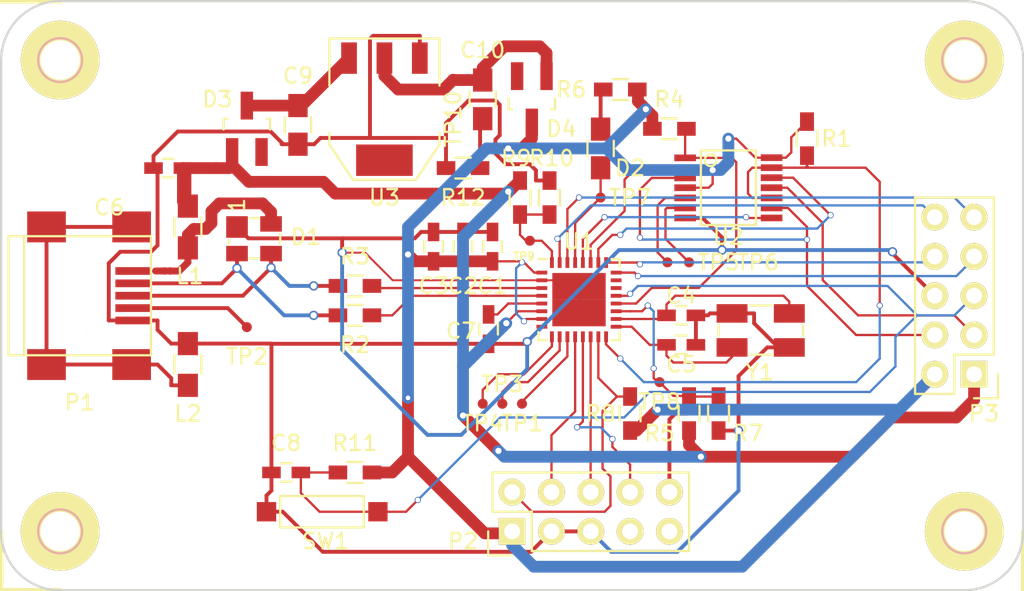
<source format=kicad_pcb>
(kicad_pcb (version 20171130) (host pcbnew "(5.1.12)-1")

  (general
    (thickness 1.6)
    (drawings 20)
    (tracks 558)
    (zones 0)
    (modules 50)
    (nets 48)
  )

  (page A4)
  (title_block
    (title OpenSDA)
    (date 2016-07-25)
    (rev "Rev A")
    (company Rerber)
  )

  (layers
    (0 F.Cu signal)
    (31 B.Cu signal)
    (32 B.Adhes user hide)
    (33 F.Adhes user hide)
    (34 B.Paste user hide)
    (35 F.Paste user hide)
    (36 B.SilkS user hide)
    (37 F.SilkS user hide)
    (38 B.Mask user hide)
    (39 F.Mask user hide)
    (40 Dwgs.User user hide)
    (41 Cmts.User user hide)
    (42 Eco1.User user hide)
    (43 Eco2.User user hide)
    (44 Edge.Cuts user)
    (45 Margin user hide)
    (46 B.CrtYd user hide)
    (47 F.CrtYd user hide)
    (48 B.Fab user hide)
    (49 F.Fab user hide)
  )

  (setup
    (last_trace_width 0.127)
    (user_trace_width 0.127)
    (user_trace_width 0.14986)
    (user_trace_width 0.254)
    (trace_clearance 0.3)
    (zone_clearance 0.508)
    (zone_45_only yes)
    (trace_min 0.127)
    (via_size 0.6)
    (via_drill 0.4)
    (via_min_size 0.3)
    (via_min_drill 0.3)
    (user_via 0.4 0.3)
    (uvia_size 0.3)
    (uvia_drill 0.1)
    (uvias_allowed no)
    (uvia_min_size 0)
    (uvia_min_drill 0)
    (edge_width 0.15)
    (segment_width 0.2)
    (pcb_text_width 0.3)
    (pcb_text_size 1.5 1.5)
    (mod_edge_width 0.15)
    (mod_text_size 1 1)
    (mod_text_width 0.15)
    (pad_size 0.7 0.25)
    (pad_drill 0)
    (pad_to_mask_clearance 0.2)
    (aux_axis_origin 0 0)
    (visible_elements 7FFFFFFF)
    (pcbplotparams
      (layerselection 0x010fc_80000001)
      (usegerberextensions false)
      (usegerberattributes true)
      (usegerberadvancedattributes true)
      (creategerberjobfile true)
      (excludeedgelayer true)
      (linewidth 0.100000)
      (plotframeref false)
      (viasonmask false)
      (mode 1)
      (useauxorigin false)
      (hpglpennumber 1)
      (hpglpenspeed 20)
      (hpglpendiameter 15.000000)
      (psnegative false)
      (psa4output false)
      (plotreference true)
      (plotvalue true)
      (plotinvisibletext false)
      (padsonsilk false)
      (subtractmaskfromsilk false)
      (outputformat 1)
      (mirror false)
      (drillshape 0)
      (scaleselection 1)
      (outputdirectory "gerber/"))
  )

  (net 0 "")
  (net 1 VDD)
  (net 2 GND)
  (net 3 "Net-(C4-Pad1)")
  (net 4 "Net-(C5-Pad1)")
  (net 5 VCC)
  (net 6 "Net-(C7-Pad1)")
  (net 7 /RST_TGTMCU)
  (net 8 /5V0)
  (net 9 /3V3)
  (net 10 "Net-(C10-Pad2)")
  (net 11 "Net-(D1-Pad2)")
  (net 12 "Net-(D1-Pad3)")
  (net 13 "Net-(D1-Pad4)")
  (net 14 "Net-(D2-Pad1)")
  (net 15 "Net-(D2-Pad2)")
  (net 16 "Net-(D3-Pad2)")
  (net 17 "Net-(D4-Pad2)")
  (net 18 "Net-(L2-Pad1)")
  (net 19 "Net-(P1-Pad4)")
  (net 20 /SDA_JTAG_TMS)
  (net 21 /SDA_JTAG_TCLK)
  (net 22 /SDA_JTAG_TDO)
  (net 23 "Net-(P2-Pad7)")
  (net 24 /SDA_JTAG_TDI)
  (net 25 "Net-(P2-Pad9)")
  (net 26 /SDA_RST)
  (net 27 "/SWD_CLK_TGTMCU ")
  (net 28 /SWD_DIO_TGTMCU)
  (net 29 /UART0_TX_TGTMCU)
  (net 30 /UART0_RX_TGTMCU)
  (net 31 /PIN1_TO_MCU)
  (net 32 /PIN2_TO_MCU)
  (net 33 /SDA_SWD_DI_CLK_EN)
  (net 34 "Net-(R2-Pad2)")
  (net 35 "Net-(R3-Pad1)")
  (net 36 /SDA_SWD_DO_EN)
  (net 37 /SDA_USB_P5V_SENSE)
  (net 38 /VBAT_TEST)
  (net 39 "Net-(TP3-Pad1)")
  (net 40 "Net-(TP4-Pad1)")
  (net 41 "Net-(TP5-Pad1)")
  (net 42 "Net-(TP6-Pad1)")
  (net 43 "Net-(U1-Pad22)")
  (net 44 "Net-(U1-Pad23)")
  (net 45 /SDA_SPI0_SCK)
  (net 46 /SDA_SPI0_SOUT)
  (net 47 /SDA_SPI0_SIN)

  (net_class Default "This is the default net class."
    (clearance 0.3)
    (trace_width 0.25)
    (via_dia 0.6)
    (via_drill 0.4)
    (uvia_dia 0.3)
    (uvia_drill 0.1)
    (add_net /PIN1_TO_MCU)
    (add_net /PIN2_TO_MCU)
    (add_net /RST_TGTMCU)
    (add_net /SDA_JTAG_TCLK)
    (add_net /SDA_JTAG_TDI)
    (add_net /SDA_JTAG_TDO)
    (add_net /SDA_JTAG_TMS)
    (add_net /SDA_RST)
    (add_net /SDA_SPI0_SCK)
    (add_net /SDA_SPI0_SIN)
    (add_net /SDA_SPI0_SOUT)
    (add_net /SDA_SWD_DI_CLK_EN)
    (add_net /SDA_SWD_DO_EN)
    (add_net /SDA_USB_P5V_SENSE)
    (add_net "/SWD_CLK_TGTMCU ")
    (add_net /SWD_DIO_TGTMCU)
    (add_net /UART0_RX_TGTMCU)
    (add_net /UART0_TX_TGTMCU)
    (add_net /VBAT_TEST)
    (add_net GND)
    (add_net "Net-(C10-Pad2)")
    (add_net "Net-(C4-Pad1)")
    (add_net "Net-(C5-Pad1)")
    (add_net "Net-(C7-Pad1)")
    (add_net "Net-(D1-Pad2)")
    (add_net "Net-(D1-Pad3)")
    (add_net "Net-(D2-Pad1)")
    (add_net "Net-(D2-Pad2)")
    (add_net "Net-(D3-Pad2)")
    (add_net "Net-(D4-Pad2)")
    (add_net "Net-(L2-Pad1)")
    (add_net "Net-(P1-Pad4)")
    (add_net "Net-(P2-Pad7)")
    (add_net "Net-(P2-Pad9)")
    (add_net "Net-(R2-Pad2)")
    (add_net "Net-(R3-Pad1)")
    (add_net "Net-(TP3-Pad1)")
    (add_net "Net-(TP4-Pad1)")
    (add_net "Net-(TP5-Pad1)")
    (add_net "Net-(TP6-Pad1)")
    (add_net "Net-(U1-Pad22)")
    (add_net "Net-(U1-Pad23)")
  )

  (net_class POWER ""
    (clearance 0.3)
    (trace_width 0.762)
    (via_dia 0.6)
    (via_drill 0.4)
    (uvia_dia 0.3)
    (uvia_drill 0.1)
    (add_net /3V3)
    (add_net /5V0)
    (add_net "Net-(D1-Pad4)")
    (add_net VCC)
    (add_net VDD)
  )

  (module miscellaneous:TEST_POINT (layer F.Cu) (tedit 5795DA0D) (tstamp 5795CEEA)
    (at 148.59 101.6)
    (path /578EF3D3)
    (fp_text reference TP10 (at 0 2.54 270) (layer F.SilkS)
      (effects (font (size 1 1) (thickness 0.15)))
    )
    (fp_text value TEST_POINT (at 2.54 3.81) (layer F.Fab) hide
      (effects (font (size 1 1) (thickness 0.15)))
    )
    (pad 1 smd circle (at 0 0) (size 0.65 0.65) (layers F.Cu F.Paste F.Mask)
      (net 9 /3V3))
  )

  (module miscellaneous:SW_SWD_2PINS (layer F.Cu) (tedit 5795D875) (tstamp 5795CEB8)
    (at 136.525 129.54)
    (path /578E6364)
    (fp_text reference SW1 (at 3.81 1.905) (layer F.SilkS)
      (effects (font (size 1 1) (thickness 0.15)))
    )
    (fp_text value SW_PUSH (at 5.08 2.54) (layer F.Fab) hide
      (effects (font (size 1 1) (thickness 0.15)))
    )
    (fp_line (start 0.889 1.016) (end 0.889 -1.016) (layer F.SilkS) (width 0.15))
    (fp_line (start 6.2865 -1.016) (end 6.2865 1.016) (layer F.SilkS) (width 0.15))
    (fp_line (start 0.889 1.016) (end 6.223 1.016) (layer F.SilkS) (width 0.15))
    (fp_line (start 6.223 1.016) (end 6.2865 1.016) (layer F.SilkS) (width 0.15))
    (fp_line (start 6.2865 -1.016) (end 0.889 -1.016) (layer F.SilkS) (width 0.15))
    (pad 1 smd rect (at 0 0) (size 1.25 1.25) (layers F.Cu F.Paste F.Mask)
      (net 2 GND))
    (pad 2 smd rect (at 7.2 0) (size 1.25 1.25) (layers F.Cu F.Paste F.Mask)
      (net 7 /RST_TGTMCU))
  )

  (module miscellaneous:TEST_POINT (layer F.Cu) (tedit 5795D7D8) (tstamp 5795CEE5)
    (at 153.543 112.014)
    (path /578E8878)
    (fp_text reference TP9 (at -0.381 1.016) (layer F.SilkS)
      (effects (font (size 0.5 0.5) (thickness 0.125)))
    )
    (fp_text value TEST_POINT (at 2.54 3.81) (layer F.Fab) hide
      (effects (font (size 1 1) (thickness 0.15)))
    )
    (pad 1 smd circle (at 0 0) (size 0.65 0.65) (layers F.Cu F.Paste F.Mask)
      (net 37 /SDA_USB_P5V_SENSE))
  )

  (module miscellaneous:TEST_POINT (layer F.Cu) (tedit 5795D752) (tstamp 5795CEDB)
    (at 158.115 109.22)
    (path /578E5649)
    (fp_text reference TP7 (at 1.905 0) (layer F.SilkS)
      (effects (font (size 1 1) (thickness 0.15)))
    )
    (fp_text value TEST_POINT (at 2.54 3.81) (layer F.Fab) hide
      (effects (font (size 1 1) (thickness 0.15)))
    )
    (pad 1 smd circle (at 0 0) (size 0.65 0.65) (layers F.Cu F.Paste F.Mask)
      (net 14 "Net-(D2-Pad1)"))
  )

  (module miscellaneous:TEST_POINT (layer F.Cu) (tedit 5799578E) (tstamp 5795CED6)
    (at 163.83 113.411)
    (path /578E3F46)
    (fp_text reference TP6 (at 4.445 0) (layer F.SilkS)
      (effects (font (size 1 1) (thickness 0.15)))
    )
    (fp_text value TEST_POINT (at 2.54 3.81) (layer F.Fab) hide
      (effects (font (size 1 1) (thickness 0.15)))
    )
    (pad 1 smd circle (at 0 0) (size 0.65 0.65) (layers F.Cu F.Paste F.Mask)
      (net 42 "Net-(TP6-Pad1)"))
  )

  (module miscellaneous:TEST_POINT (layer F.Cu) (tedit 57995789) (tstamp 5795CED1)
    (at 162.433 113.411)
    (path /578E442E)
    (fp_text reference TP5 (at 3.302 0) (layer F.SilkS)
      (effects (font (size 1 1) (thickness 0.15)))
    )
    (fp_text value TEST_POINT (at 2.54 3.81) (layer F.Fab) hide
      (effects (font (size 1 1) (thickness 0.15)))
    )
    (pad 1 smd circle (at 0 0) (size 0.65 0.65) (layers F.Cu F.Paste F.Mask)
      (net 41 "Net-(TP5-Pad1)"))
  )

  (module miscellaneous:SMD5032_4PINS (layer F.Cu) (tedit 5795D18A) (tstamp 5795CF4E)
    (at 170.307 116.713 180)
    (path /578DD594)
    (fp_text reference Y1 (at 1.905 -3.81 180) (layer F.SilkS)
      (effects (font (size 1 1) (thickness 0.15)))
    )
    (fp_text value 8MHz (at 0 2.54 180) (layer F.Fab) hide
      (effects (font (size 1 1) (thickness 0.15)))
    )
    (fp_line (start -0.889 -1.4605) (end -0.889 -0.762) (layer F.SilkS) (width 0.15))
    (fp_line (start 1.143 0.508) (end 2.54 0.508) (layer F.SilkS) (width 0.15))
    (fp_line (start 4.572 -0.762) (end 4.572 -1.4605) (layer F.SilkS) (width 0.15))
    (fp_line (start 1.143 -2.667) (end 2.54 -2.667) (layer F.SilkS) (width 0.15))
    (pad 1 smd rect (at 0 0 180) (size 2 1.2) (layers F.Cu F.Paste F.Mask)
      (net 3 "Net-(C4-Pad1)"))
    (pad 2 smd rect (at 3.7 0 180) (size 2 1.2) (layers F.Cu F.Paste F.Mask)
      (net 2 GND))
    (pad 3 smd rect (at 3.7 -2.2 180) (size 2 1.2) (layers F.Cu F.Paste F.Mask)
      (net 4 "Net-(C5-Pad1)"))
    (pad 4 smd rect (at 0 -2.2 180) (size 2 1.2) (layers F.Cu F.Paste F.Mask)
      (net 2 GND))
  )

  (module miscellaneous:TEST_POINT (layer F.Cu) (tedit 57984D9B) (tstamp 5795CEE0)
    (at 161.925 121.158)
    (path /578D98E5)
    (fp_text reference TP8 (at 0 1.27) (layer F.SilkS)
      (effects (font (size 1 1) (thickness 0.15)))
    )
    (fp_text value TEST_POINT (at 2.54 3.81) (layer F.Fab) hide
      (effects (font (size 1 1) (thickness 0.15)))
    )
    (pad 1 smd circle (at 0 0) (size 0.65 0.65) (layers F.Cu F.Paste F.Mask)
      (net 26 /SDA_RST))
  )

  (module miscellaneous:TEST_POINT (layer F.Cu) (tedit 5795CF49) (tstamp 5795CECC)
    (at 150.495 122.555)
    (path /578CD62C)
    (fp_text reference TP4 (at 0 1.27) (layer F.SilkS)
      (effects (font (size 1 1) (thickness 0.15)))
    )
    (fp_text value TEST_POINT (at 2.54 3.81) (layer F.Fab) hide
      (effects (font (size 1 1) (thickness 0.15)))
    )
    (pad 1 smd circle (at 0 0) (size 0.65 0.65) (layers F.Cu F.Paste F.Mask)
      (net 40 "Net-(TP4-Pad1)"))
  )

  (module miscellaneous:TEST_POINT (layer F.Cu) (tedit 5795CF36) (tstamp 5795CEC7)
    (at 151.765 122.555)
    (path /578CD546)
    (fp_text reference TP3 (at 0 -1.27) (layer F.SilkS)
      (effects (font (size 1 1) (thickness 0.15)))
    )
    (fp_text value TEST_POINT (at 2.54 3.81) (layer F.Fab) hide
      (effects (font (size 1 1) (thickness 0.15)))
    )
    (pad 1 smd circle (at 0 0) (size 0.65 0.65) (layers F.Cu F.Paste F.Mask)
      (net 39 "Net-(TP3-Pad1)"))
  )

  (module miscellaneous:TEST_POINT (layer F.Cu) (tedit 5795CE3E) (tstamp 5795CEC2)
    (at 135.255 117.602)
    (path /578CB52C)
    (fp_text reference TP2 (at 0 1.905) (layer F.SilkS)
      (effects (font (size 1 1) (thickness 0.15)))
    )
    (fp_text value TEST_POINT (at 2.54 3.81) (layer F.Fab) hide
      (effects (font (size 1 1) (thickness 0.15)))
    )
    (pad 1 smd circle (at 0 0) (size 0.65 0.65) (layers F.Cu F.Paste F.Mask)
      (net 19 "Net-(P1-Pad4)"))
  )

  (module miscellaneous:TEST_POINT (layer F.Cu) (tedit 5795CF4C) (tstamp 5795CEBD)
    (at 153.035 122.555)
    (path /5784B065)
    (fp_text reference TP1 (at 0 1.27) (layer F.SilkS)
      (effects (font (size 1 1) (thickness 0.15)))
    )
    (fp_text value TEST_POINT (at 2.54 3.81) (layer F.Fab) hide
      (effects (font (size 1 1) (thickness 0.15)))
    )
    (pad 1 smd circle (at 0 0) (size 0.65 0.65) (layers F.Cu F.Paste F.Mask)
      (net 38 /VBAT_TEST))
  )

  (module miscellaneous:TVLS14302AC0 (layer F.Cu) (tedit 5795C9A9) (tstamp 5795CE1A)
    (at 134.62 111.125 270)
    (path /578CAD85)
    (fp_text reference D1 (at 0.635 -4.445) (layer F.SilkS)
      (effects (font (size 1 1) (thickness 0.15)))
    )
    (fp_text value TVLS14302AC0 (at 4.445 1.905 270) (layer F.Fab) hide
      (effects (font (size 1 1) (thickness 0.15)))
    )
    (fp_line (start 0.508 -2.794) (end 1.016 -2.794) (layer F.SilkS) (width 0.15))
    (fp_line (start 2.032 -1.397) (end 2.032 -0.889) (layer F.SilkS) (width 0.15))
    (fp_line (start 1.0795 0.508) (end 0.8255 0.508) (layer F.SilkS) (width 0.15))
    (fp_line (start 2.032 -0.889) (end 2.032 -0.8255) (layer F.SilkS) (width 0.15))
    (fp_line (start -0.5715 -0.8255) (end -0.5715 -1.3335) (layer F.SilkS) (width 0.15))
    (fp_line (start -0.5715 -1.3335) (end -0.5715 -1.397) (layer F.SilkS) (width 0.15))
    (fp_line (start 0.508 -2.794) (end 0.4445 -2.794) (layer F.SilkS) (width 0.15))
    (fp_line (start 1.016 -2.794) (end 1.0795 -2.794) (layer F.SilkS) (width 0.15))
    (fp_text user 1 (at -1.397 0 270) (layer F.SilkS)
      (effects (font (size 1 1) (thickness 0.15)))
    )
    (pad 1 smd rect (at 0 0 270) (size 1.4 1.4) (layers F.Cu F.Paste F.Mask)
      (net 2 GND))
    (pad 2 smd rect (at 1.72 0 270) (size 1 1.4) (layers F.Cu F.Paste F.Mask)
      (net 11 "Net-(D1-Pad2)"))
    (pad 3 smd rect (at 1.72 -2.2 270) (size 1 1.4) (layers F.Cu F.Paste F.Mask)
      (net 12 "Net-(D1-Pad3)"))
    (pad 4 smd rect (at -0.2 -2.2 270) (size 1 1.4) (layers F.Cu F.Paste F.Mask)
      (net 13 "Net-(D1-Pad4)"))
  )

  (module TO_SOT_Packages_SMD:SOT-223 (layer F.Cu) (tedit 5795CA85) (tstamp 5795CF42)
    (at 144.145 103.505 180)
    (descr "module CMS SOT223 4 pins")
    (tags "CMS SOT")
    (path /578EAFE2)
    (attr smd)
    (fp_text reference U3 (at 0 -5.715 180) (layer F.SilkS)
      (effects (font (size 1 1) (thickness 0.15)))
    )
    (fp_text value NCP1117ST33T3G (at 0 0.762 180) (layer F.Fab) hide
      (effects (font (size 1 1) (thickness 0.15)))
    )
    (fp_line (start 3.556 -2.286) (end 3.556 -1.524) (layer F.SilkS) (width 0.15))
    (fp_line (start 2.032 -4.572) (end 3.556 -2.286) (layer F.SilkS) (width 0.15))
    (fp_line (start -2.032 -4.572) (end 2.032 -4.572) (layer F.SilkS) (width 0.15))
    (fp_line (start -3.556 -2.286) (end -2.032 -4.572) (layer F.SilkS) (width 0.15))
    (fp_line (start -3.556 -1.524) (end -3.556 -2.286) (layer F.SilkS) (width 0.15))
    (fp_line (start 3.556 4.572) (end 3.556 1.524) (layer F.SilkS) (width 0.15))
    (fp_line (start -3.556 4.572) (end 3.556 4.572) (layer F.SilkS) (width 0.15))
    (fp_line (start -3.556 1.524) (end -3.556 4.572) (layer F.SilkS) (width 0.15))
    (pad 4 smd rect (at 0 -3.302 180) (size 3.6576 2.032) (layers F.Cu F.Paste F.Mask))
    (pad 2 smd rect (at 0 3.302 180) (size 1.016 2.032) (layers F.Cu F.Paste F.Mask)
      (net 9 /3V3))
    (pad 3 smd rect (at 2.286 3.302 180) (size 1.016 2.032) (layers F.Cu F.Paste F.Mask)
      (net 8 /5V0))
    (pad 1 smd rect (at -2.286 3.302 180) (size 1.016 2.032) (layers F.Cu F.Paste F.Mask)
      (net 2 GND))
    (model TO_SOT_Packages_SMD.3dshapes/SOT-223.wrl
      (at (xyz 0 0 0))
      (scale (xyz 0.4 0.4 0.4))
      (rotate (xyz 0 0 0))
    )
  )

  (module SMD_Packages:SSOP-14 (layer F.Cu) (tedit 5795D43F) (tstamp 5795CF3A)
    (at 166.37 108.585 270)
    (path /578E068A)
    (attr smd)
    (fp_text reference U2 (at 3.175 0) (layer F.SilkS)
      (effects (font (size 1 1) (thickness 0.15)))
    )
    (fp_text value 74LVC125A (at 0 0.508 270) (layer F.Fab) hide
      (effects (font (size 1 1) (thickness 0.15)))
    )
    (fp_circle (center -1.778 1.143) (end -2.159 1.143) (layer F.SilkS) (width 0.15))
    (fp_line (start -2.413 1.778) (end -2.413 -1.778) (layer F.SilkS) (width 0.15))
    (fp_line (start 2.413 1.778) (end -2.413 1.778) (layer F.SilkS) (width 0.15))
    (fp_line (start 2.413 -1.778) (end 2.413 1.778) (layer F.SilkS) (width 0.15))
    (fp_line (start -2.413 -1.778) (end 2.413 -1.778) (layer F.SilkS) (width 0.15))
    (pad 1 smd rect (at -1.9304 2.794 270) (size 0.4318 1.397) (layers F.Cu F.Paste F.Mask)
      (net 36 /SDA_SWD_DO_EN))
    (pad 2 smd rect (at -1.2954 2.794 270) (size 0.4318 1.397) (layers F.Cu F.Paste F.Mask)
      (net 46 /SDA_SPI0_SOUT))
    (pad 3 smd rect (at -0.635 2.794 270) (size 0.4318 1.397) (layers F.Cu F.Paste F.Mask)
      (net 28 /SWD_DIO_TGTMCU))
    (pad 4 smd rect (at 0 2.794 270) (size 0.4318 1.397) (layers F.Cu F.Paste F.Mask)
      (net 1 VDD))
    (pad 5 smd rect (at 0.6604 2.794 270) (size 0.4318 1.397) (layers F.Cu F.Paste F.Mask)
      (net 41 "Net-(TP5-Pad1)"))
    (pad 6 smd rect (at 1.3081 2.794 270) (size 0.4318 1.397) (layers F.Cu F.Paste F.Mask)
      (net 42 "Net-(TP6-Pad1)"))
    (pad 7 smd rect (at 1.9558 2.794 270) (size 0.4318 1.397) (layers F.Cu F.Paste F.Mask)
      (net 2 GND))
    (pad 8 smd rect (at 1.9558 -2.794 270) (size 0.4318 1.397) (layers F.Cu F.Paste F.Mask)
      (net 47 /SDA_SPI0_SIN))
    (pad 9 smd rect (at 1.3081 -2.794 270) (size 0.4318 1.397) (layers F.Cu F.Paste F.Mask)
      (net 28 /SWD_DIO_TGTMCU))
    (pad 10 smd rect (at 0.6604 -2.794 270) (size 0.4318 1.397) (layers F.Cu F.Paste F.Mask)
      (net 33 /SDA_SWD_DI_CLK_EN))
    (pad 11 smd rect (at 0 -2.794 270) (size 0.4318 1.397) (layers F.Cu F.Paste F.Mask)
      (net 27 "/SWD_CLK_TGTMCU "))
    (pad 12 smd rect (at -0.6477 -2.794 270) (size 0.4318 1.397) (layers F.Cu F.Paste F.Mask)
      (net 45 /SDA_SPI0_SCK))
    (pad 13 smd rect (at -1.2954 -2.794 270) (size 0.4318 1.397) (layers F.Cu F.Paste F.Mask)
      (net 33 /SDA_SWD_DI_CLK_EN))
    (pad 14 smd rect (at -1.9431 -2.794 270) (size 0.4318 1.397) (layers F.Cu F.Paste F.Mask)
      (net 1 VDD))
    (model SMD_Packages.3dshapes/SSOP-14.wrl
      (at (xyz 0 0 0))
      (scale (xyz 0.25 0.35 0.25))
      (rotate (xyz 0 0 0))
    )
  )

  (module Resistors_SMD:R_0603_HandSoldering (layer F.Cu) (tedit 5795D6D0) (tstamp 5795CEAD)
    (at 149.225 107.315 180)
    (descr "Resistor SMD 0603, hand soldering")
    (tags "resistor 0603")
    (path /5790CCA6)
    (attr smd)
    (fp_text reference R12 (at 0 -1.905) (layer F.SilkS)
      (effects (font (size 1 1) (thickness 0.15)))
    )
    (fp_text value 20M (at 0 1.9 180) (layer F.Fab) hide
      (effects (font (size 1 1) (thickness 0.15)))
    )
    (fp_line (start -0.5 -0.675) (end 0.5 -0.675) (layer F.SilkS) (width 0.15))
    (fp_line (start 0.5 0.675) (end -0.5 0.675) (layer F.SilkS) (width 0.15))
    (fp_line (start 2 -0.8) (end 2 0.8) (layer F.CrtYd) (width 0.05))
    (fp_line (start -2 -0.8) (end -2 0.8) (layer F.CrtYd) (width 0.05))
    (fp_line (start -2 0.8) (end 2 0.8) (layer F.CrtYd) (width 0.05))
    (fp_line (start -2 -0.8) (end 2 -0.8) (layer F.CrtYd) (width 0.05))
    (pad 1 smd rect (at -1.1 0 180) (size 1.2 0.9) (layers F.Cu F.Paste F.Mask)
      (net 10 "Net-(C10-Pad2)"))
    (pad 2 smd rect (at 1.1 0 180) (size 1.2 0.9) (layers F.Cu F.Paste F.Mask)
      (net 2 GND))
    (model Resistors_SMD.3dshapes/R_0603_HandSoldering.wrl
      (at (xyz 0 0 0))
      (scale (xyz 1 1 1))
      (rotate (xyz 0 0 0))
    )
  )

  (module Resistors_SMD:R_0603_HandSoldering (layer F.Cu) (tedit 5795D8BC) (tstamp 5795CEA7)
    (at 142.24 127 180)
    (descr "Resistor SMD 0603, hand soldering")
    (tags "resistor 0603")
    (path /578E624E)
    (attr smd)
    (fp_text reference R11 (at 0 1.905 180) (layer F.SilkS)
      (effects (font (size 1 1) (thickness 0.15)))
    )
    (fp_text value 10K (at 0 1.9 180) (layer F.Fab) hide
      (effects (font (size 1 1) (thickness 0.15)))
    )
    (fp_line (start -0.5 -0.675) (end 0.5 -0.675) (layer F.SilkS) (width 0.15))
    (fp_line (start 0.5 0.675) (end -0.5 0.675) (layer F.SilkS) (width 0.15))
    (fp_line (start 2 -0.8) (end 2 0.8) (layer F.CrtYd) (width 0.05))
    (fp_line (start -2 -0.8) (end -2 0.8) (layer F.CrtYd) (width 0.05))
    (fp_line (start -2 0.8) (end 2 0.8) (layer F.CrtYd) (width 0.05))
    (fp_line (start -2 -0.8) (end 2 -0.8) (layer F.CrtYd) (width 0.05))
    (pad 1 smd rect (at -1.1 0 180) (size 1.2 0.9) (layers F.Cu F.Paste F.Mask)
      (net 1 VDD))
    (pad 2 smd rect (at 1.1 0 180) (size 1.2 0.9) (layers F.Cu F.Paste F.Mask)
      (net 7 /RST_TGTMCU))
    (model Resistors_SMD.3dshapes/R_0603_HandSoldering.wrl
      (at (xyz 0 0 0))
      (scale (xyz 1 1 1))
      (rotate (xyz 0 0 0))
    )
  )

  (module Resistors_SMD:R_0603_HandSoldering (layer F.Cu) (tedit 579852A3) (tstamp 5795CEA1)
    (at 154.813 109.22 90)
    (descr "Resistor SMD 0603, hand soldering")
    (tags "resistor 0603")
    (path /578E7AB2)
    (attr smd)
    (fp_text reference R10 (at 2.54 0.127 180) (layer F.SilkS)
      (effects (font (size 1 1) (thickness 0.15)))
    )
    (fp_text value 10K (at 0 1.9 90) (layer F.Fab) hide
      (effects (font (size 1 1) (thickness 0.15)))
    )
    (fp_line (start -0.5 -0.675) (end 0.5 -0.675) (layer F.SilkS) (width 0.15))
    (fp_line (start 0.5 0.675) (end -0.5 0.675) (layer F.SilkS) (width 0.15))
    (fp_line (start 2 -0.8) (end 2 0.8) (layer F.CrtYd) (width 0.05))
    (fp_line (start -2 -0.8) (end -2 0.8) (layer F.CrtYd) (width 0.05))
    (fp_line (start -2 0.8) (end 2 0.8) (layer F.CrtYd) (width 0.05))
    (fp_line (start -2 -0.8) (end 2 -0.8) (layer F.CrtYd) (width 0.05))
    (pad 1 smd rect (at -1.1 0 90) (size 1.2 0.9) (layers F.Cu F.Paste F.Mask)
      (net 37 /SDA_USB_P5V_SENSE))
    (pad 2 smd rect (at 1.1 0 90) (size 1.2 0.9) (layers F.Cu F.Paste F.Mask)
      (net 2 GND))
    (model Resistors_SMD.3dshapes/R_0603_HandSoldering.wrl
      (at (xyz 0 0 0))
      (scale (xyz 1 1 1))
      (rotate (xyz 0 0 0))
    )
  )

  (module Resistors_SMD:R_0603_HandSoldering (layer F.Cu) (tedit 579852A0) (tstamp 5795CE9B)
    (at 152.908 109.22 270)
    (descr "Resistor SMD 0603, hand soldering")
    (tags "resistor 0603")
    (path /578E7A37)
    (attr smd)
    (fp_text reference R9 (at -2.54 0.254) (layer F.SilkS)
      (effects (font (size 1 1) (thickness 0.15)))
    )
    (fp_text value 4.7K (at 0 1.9 270) (layer F.Fab) hide
      (effects (font (size 1 1) (thickness 0.15)))
    )
    (fp_line (start -0.5 -0.675) (end 0.5 -0.675) (layer F.SilkS) (width 0.15))
    (fp_line (start 0.5 0.675) (end -0.5 0.675) (layer F.SilkS) (width 0.15))
    (fp_line (start 2 -0.8) (end 2 0.8) (layer F.CrtYd) (width 0.05))
    (fp_line (start -2 -0.8) (end -2 0.8) (layer F.CrtYd) (width 0.05))
    (fp_line (start -2 0.8) (end 2 0.8) (layer F.CrtYd) (width 0.05))
    (fp_line (start -2 -0.8) (end 2 -0.8) (layer F.CrtYd) (width 0.05))
    (pad 1 smd rect (at -1.1 0 270) (size 1.2 0.9) (layers F.Cu F.Paste F.Mask)
      (net 5 VCC))
    (pad 2 smd rect (at 1.1 0 270) (size 1.2 0.9) (layers F.Cu F.Paste F.Mask)
      (net 37 /SDA_USB_P5V_SENSE))
    (model Resistors_SMD.3dshapes/R_0603_HandSoldering.wrl
      (at (xyz 0 0 0))
      (scale (xyz 1 1 1))
      (rotate (xyz 0 0 0))
    )
  )

  (module Resistors_SMD:R_0603_HandSoldering (layer F.Cu) (tedit 5795D938) (tstamp 5795CE95)
    (at 160.02 123.19 270)
    (descr "Resistor SMD 0603, hand soldering")
    (tags "resistor 0603")
    (path /578DB16B)
    (attr smd)
    (fp_text reference R8 (at 0 1.905) (layer F.SilkS)
      (effects (font (size 1 1) (thickness 0.15)))
    )
    (fp_text value 10K (at 0 1.9 270) (layer F.Fab) hide
      (effects (font (size 1 1) (thickness 0.15)))
    )
    (fp_line (start -0.5 -0.675) (end 0.5 -0.675) (layer F.SilkS) (width 0.15))
    (fp_line (start 0.5 0.675) (end -0.5 0.675) (layer F.SilkS) (width 0.15))
    (fp_line (start 2 -0.8) (end 2 0.8) (layer F.CrtYd) (width 0.05))
    (fp_line (start -2 -0.8) (end -2 0.8) (layer F.CrtYd) (width 0.05))
    (fp_line (start -2 0.8) (end 2 0.8) (layer F.CrtYd) (width 0.05))
    (fp_line (start -2 -0.8) (end 2 -0.8) (layer F.CrtYd) (width 0.05))
    (pad 1 smd rect (at -1.1 0 270) (size 1.2 0.9) (layers F.Cu F.Paste F.Mask)
      (net 20 /SDA_JTAG_TMS))
    (pad 2 smd rect (at 1.1 0 270) (size 1.2 0.9) (layers F.Cu F.Paste F.Mask)
      (net 1 VDD))
    (model Resistors_SMD.3dshapes/R_0603_HandSoldering.wrl
      (at (xyz 0 0 0))
      (scale (xyz 1 1 1))
      (rotate (xyz 0 0 0))
    )
  )

  (module Resistors_SMD:R_0603_HandSoldering (layer F.Cu) (tedit 5795D027) (tstamp 5795CE8F)
    (at 165.735 123.19 270)
    (descr "Resistor SMD 0603, hand soldering")
    (tags "resistor 0603")
    (path /578D949B)
    (attr smd)
    (fp_text reference R7 (at 1.27 -1.905) (layer F.SilkS)
      (effects (font (size 1 1) (thickness 0.15)))
    )
    (fp_text value 10K (at 0 1.9 270) (layer F.Fab) hide
      (effects (font (size 1 1) (thickness 0.15)))
    )
    (fp_line (start -0.5 -0.675) (end 0.5 -0.675) (layer F.SilkS) (width 0.15))
    (fp_line (start 0.5 0.675) (end -0.5 0.675) (layer F.SilkS) (width 0.15))
    (fp_line (start 2 -0.8) (end 2 0.8) (layer F.CrtYd) (width 0.05))
    (fp_line (start -2 -0.8) (end -2 0.8) (layer F.CrtYd) (width 0.05))
    (fp_line (start -2 0.8) (end 2 0.8) (layer F.CrtYd) (width 0.05))
    (fp_line (start -2 -0.8) (end 2 -0.8) (layer F.CrtYd) (width 0.05))
    (pad 1 smd rect (at -1.1 0 270) (size 1.2 0.9) (layers F.Cu F.Paste F.Mask)
      (net 26 /SDA_RST))
    (pad 2 smd rect (at 1.1 0 270) (size 1.2 0.9) (layers F.Cu F.Paste F.Mask)
      (net 2 GND))
    (model Resistors_SMD.3dshapes/R_0603_HandSoldering.wrl
      (at (xyz 0 0 0))
      (scale (xyz 1 1 1))
      (rotate (xyz 0 0 0))
    )
  )

  (module Resistors_SMD:R_0603_HandSoldering (layer F.Cu) (tedit 5795D680) (tstamp 5795CE89)
    (at 159.385 102.235 180)
    (descr "Resistor SMD 0603, hand soldering")
    (tags "resistor 0603")
    (path /578E4C80)
    (attr smd)
    (fp_text reference R6 (at 3.175 0 180) (layer F.SilkS)
      (effects (font (size 1 1) (thickness 0.15)))
    )
    (fp_text value 220R (at 0 1.905 180) (layer F.Fab) hide
      (effects (font (size 1 1) (thickness 0.15)))
    )
    (fp_line (start -0.5 -0.675) (end 0.5 -0.675) (layer F.SilkS) (width 0.15))
    (fp_line (start 0.5 0.675) (end -0.5 0.675) (layer F.SilkS) (width 0.15))
    (fp_line (start 2 -0.8) (end 2 0.8) (layer F.CrtYd) (width 0.05))
    (fp_line (start -2 -0.8) (end -2 0.8) (layer F.CrtYd) (width 0.05))
    (fp_line (start -2 0.8) (end 2 0.8) (layer F.CrtYd) (width 0.05))
    (fp_line (start -2 -0.8) (end 2 -0.8) (layer F.CrtYd) (width 0.05))
    (pad 1 smd rect (at -1.1 0 180) (size 1.2 0.9) (layers F.Cu F.Paste F.Mask)
      (net 1 VDD))
    (pad 2 smd rect (at 1.1 0 180) (size 1.2 0.9) (layers F.Cu F.Paste F.Mask)
      (net 15 "Net-(D2-Pad2)"))
    (model Resistors_SMD.3dshapes/R_0603_HandSoldering.wrl
      (at (xyz 0 0 0))
      (scale (xyz 1 1 1))
      (rotate (xyz 0 0 0))
    )
  )

  (module Resistors_SMD:R_0603_HandSoldering (layer F.Cu) (tedit 5795D9AE) (tstamp 5795CE83)
    (at 163.83 123.19 90)
    (descr "Resistor SMD 0603, hand soldering")
    (tags "resistor 0603")
    (path /578D944B)
    (attr smd)
    (fp_text reference R5 (at -1.27 -1.905) (layer F.SilkS)
      (effects (font (size 1 1) (thickness 0.15)))
    )
    (fp_text value 4.7K (at 0 1.9 90) (layer F.Fab) hide
      (effects (font (size 1 1) (thickness 0.15)))
    )
    (fp_line (start -0.5 -0.675) (end 0.5 -0.675) (layer F.SilkS) (width 0.15))
    (fp_line (start 0.5 0.675) (end -0.5 0.675) (layer F.SilkS) (width 0.15))
    (fp_line (start 2 -0.8) (end 2 0.8) (layer F.CrtYd) (width 0.05))
    (fp_line (start -2 -0.8) (end -2 0.8) (layer F.CrtYd) (width 0.05))
    (fp_line (start -2 0.8) (end 2 0.8) (layer F.CrtYd) (width 0.05))
    (fp_line (start -2 -0.8) (end 2 -0.8) (layer F.CrtYd) (width 0.05))
    (pad 1 smd rect (at -1.1 0 90) (size 1.2 0.9) (layers F.Cu F.Paste F.Mask)
      (net 5 VCC))
    (pad 2 smd rect (at 1.1 0 90) (size 1.2 0.9) (layers F.Cu F.Paste F.Mask)
      (net 26 /SDA_RST))
    (model Resistors_SMD.3dshapes/R_0603_HandSoldering.wrl
      (at (xyz 0 0 0))
      (scale (xyz 1 1 1))
      (rotate (xyz 0 0 0))
    )
  )

  (module Resistors_SMD:R_0603_HandSoldering (layer F.Cu) (tedit 5795D317) (tstamp 5795CE7D)
    (at 162.56 104.775)
    (descr "Resistor SMD 0603, hand soldering")
    (tags "resistor 0603")
    (path /578E0BAA)
    (attr smd)
    (fp_text reference R4 (at 0 -1.9) (layer F.SilkS)
      (effects (font (size 1 1) (thickness 0.15)))
    )
    (fp_text value 10K (at 0 1.9) (layer F.Fab) hide
      (effects (font (size 1 1) (thickness 0.15)))
    )
    (fp_line (start -0.5 -0.675) (end 0.5 -0.675) (layer F.SilkS) (width 0.15))
    (fp_line (start 0.5 0.675) (end -0.5 0.675) (layer F.SilkS) (width 0.15))
    (fp_line (start 2 -0.8) (end 2 0.8) (layer F.CrtYd) (width 0.05))
    (fp_line (start -2 -0.8) (end -2 0.8) (layer F.CrtYd) (width 0.05))
    (fp_line (start -2 0.8) (end 2 0.8) (layer F.CrtYd) (width 0.05))
    (fp_line (start -2 -0.8) (end 2 -0.8) (layer F.CrtYd) (width 0.05))
    (pad 1 smd rect (at -1.1 0) (size 1.2 0.9) (layers F.Cu F.Paste F.Mask)
      (net 1 VDD))
    (pad 2 smd rect (at 1.1 0) (size 1.2 0.9) (layers F.Cu F.Paste F.Mask)
      (net 36 /SDA_SWD_DO_EN))
    (model Resistors_SMD.3dshapes/R_0603_HandSoldering.wrl
      (at (xyz 0 0 0))
      (scale (xyz 1 1 1))
      (rotate (xyz 0 0 0))
    )
  )

  (module Resistors_SMD:R_0603_HandSoldering (layer F.Cu) (tedit 5795C9BC) (tstamp 5795CE77)
    (at 142.24 114.935 180)
    (descr "Resistor SMD 0603, hand soldering")
    (tags "resistor 0603")
    (path /578CB03D)
    (attr smd)
    (fp_text reference R3 (at 0 1.905 180) (layer F.SilkS)
      (effects (font (size 1 1) (thickness 0.15)))
    )
    (fp_text value 33R (at 0 1.9 180) (layer F.Fab) hide
      (effects (font (size 1 1) (thickness 0.15)))
    )
    (fp_line (start -0.5 -0.675) (end 0.5 -0.675) (layer F.SilkS) (width 0.15))
    (fp_line (start 0.5 0.675) (end -0.5 0.675) (layer F.SilkS) (width 0.15))
    (fp_line (start 2 -0.8) (end 2 0.8) (layer F.CrtYd) (width 0.05))
    (fp_line (start -2 -0.8) (end -2 0.8) (layer F.CrtYd) (width 0.05))
    (fp_line (start -2 0.8) (end 2 0.8) (layer F.CrtYd) (width 0.05))
    (fp_line (start -2 -0.8) (end 2 -0.8) (layer F.CrtYd) (width 0.05))
    (pad 1 smd rect (at -1.1 0 180) (size 1.2 0.9) (layers F.Cu F.Paste F.Mask)
      (net 35 "Net-(R3-Pad1)"))
    (pad 2 smd rect (at 1.1 0 180) (size 1.2 0.9) (layers F.Cu F.Paste F.Mask)
      (net 12 "Net-(D1-Pad3)"))
    (model Resistors_SMD.3dshapes/R_0603_HandSoldering.wrl
      (at (xyz 0 0 0))
      (scale (xyz 1 1 1))
      (rotate (xyz 0 0 0))
    )
  )

  (module Resistors_SMD:R_0603_HandSoldering (layer F.Cu) (tedit 5795CD0E) (tstamp 5795CE71)
    (at 142.24 116.84)
    (descr "Resistor SMD 0603, hand soldering")
    (tags "resistor 0603")
    (path /578CAFAE)
    (attr smd)
    (fp_text reference R2 (at 0 1.905) (layer F.SilkS)
      (effects (font (size 1 1) (thickness 0.15)))
    )
    (fp_text value 33R (at 0 1.9) (layer F.Fab) hide
      (effects (font (size 1 1) (thickness 0.15)))
    )
    (fp_line (start -0.5 -0.675) (end 0.5 -0.675) (layer F.SilkS) (width 0.15))
    (fp_line (start 0.5 0.675) (end -0.5 0.675) (layer F.SilkS) (width 0.15))
    (fp_line (start 2 -0.8) (end 2 0.8) (layer F.CrtYd) (width 0.05))
    (fp_line (start -2 -0.8) (end -2 0.8) (layer F.CrtYd) (width 0.05))
    (fp_line (start -2 0.8) (end 2 0.8) (layer F.CrtYd) (width 0.05))
    (fp_line (start -2 -0.8) (end 2 -0.8) (layer F.CrtYd) (width 0.05))
    (pad 1 smd rect (at -1.1 0) (size 1.2 0.9) (layers F.Cu F.Paste F.Mask)
      (net 11 "Net-(D1-Pad2)"))
    (pad 2 smd rect (at 1.1 0) (size 1.2 0.9) (layers F.Cu F.Paste F.Mask)
      (net 34 "Net-(R2-Pad2)"))
    (model Resistors_SMD.3dshapes/R_0603_HandSoldering.wrl
      (at (xyz 0 0 0))
      (scale (xyz 1 1 1))
      (rotate (xyz 0 0 0))
    )
  )

  (module Resistors_SMD:R_0603_HandSoldering (layer F.Cu) (tedit 5795D491) (tstamp 5795CE6B)
    (at 171.45 105.41 270)
    (descr "Resistor SMD 0603, hand soldering")
    (tags "resistor 0603")
    (path /578DC0CA)
    (attr smd)
    (fp_text reference R1 (at 0 -1.905) (layer F.SilkS)
      (effects (font (size 1 1) (thickness 0.15)))
    )
    (fp_text value 10K (at 0 1.9 270) (layer F.Fab) hide
      (effects (font (size 1 1) (thickness 0.15)))
    )
    (fp_line (start -0.5 -0.675) (end 0.5 -0.675) (layer F.SilkS) (width 0.15))
    (fp_line (start 0.5 0.675) (end -0.5 0.675) (layer F.SilkS) (width 0.15))
    (fp_line (start 2 -0.8) (end 2 0.8) (layer F.CrtYd) (width 0.05))
    (fp_line (start -2 -0.8) (end -2 0.8) (layer F.CrtYd) (width 0.05))
    (fp_line (start -2 0.8) (end 2 0.8) (layer F.CrtYd) (width 0.05))
    (fp_line (start -2 -0.8) (end 2 -0.8) (layer F.CrtYd) (width 0.05))
    (pad 1 smd rect (at -1.1 0 270) (size 1.2 0.9) (layers F.Cu F.Paste F.Mask)
      (net 1 VDD))
    (pad 2 smd rect (at 1.1 0 270) (size 1.2 0.9) (layers F.Cu F.Paste F.Mask)
      (net 33 /SDA_SWD_DI_CLK_EN))
    (model Resistors_SMD.3dshapes/R_0603_HandSoldering.wrl
      (at (xyz 0 0 0))
      (scale (xyz 1 1 1))
      (rotate (xyz 0 0 0))
    )
  )

  (module Pin_Headers:Pin_Header_Straight_2x05 (layer F.Cu) (tedit 5795D4FF) (tstamp 5795CE65)
    (at 182.245 120.65 180)
    (descr "Through hole pin header")
    (tags "pin header")
    (path /578EEAFA)
    (fp_text reference P3 (at -0.635 -2.54 180) (layer F.SilkS)
      (effects (font (size 1 1) (thickness 0.15)))
    )
    (fp_text value CONN_02X05 (at 0 -3.1 180) (layer F.Fab) hide
      (effects (font (size 1 1) (thickness 0.15)))
    )
    (fp_line (start -1.55 -1.55) (end -1.55 0) (layer F.SilkS) (width 0.15))
    (fp_line (start 1.27 1.27) (end -1.27 1.27) (layer F.SilkS) (width 0.15))
    (fp_line (start 1.27 -1.27) (end 1.27 1.27) (layer F.SilkS) (width 0.15))
    (fp_line (start 0 -1.55) (end -1.55 -1.55) (layer F.SilkS) (width 0.15))
    (fp_line (start 3.81 -1.27) (end 1.27 -1.27) (layer F.SilkS) (width 0.15))
    (fp_line (start -1.27 11.43) (end -1.27 1.27) (layer F.SilkS) (width 0.15))
    (fp_line (start 3.81 11.43) (end -1.27 11.43) (layer F.SilkS) (width 0.15))
    (fp_line (start 3.81 -1.27) (end 3.81 11.43) (layer F.SilkS) (width 0.15))
    (fp_line (start -1.75 11.95) (end 4.3 11.95) (layer F.CrtYd) (width 0.05))
    (fp_line (start -1.75 -1.75) (end 4.3 -1.75) (layer F.CrtYd) (width 0.05))
    (fp_line (start 4.3 -1.75) (end 4.3 11.95) (layer F.CrtYd) (width 0.05))
    (fp_line (start -1.75 -1.75) (end -1.75 11.95) (layer F.CrtYd) (width 0.05))
    (pad 1 thru_hole rect (at 0 0 180) (size 1.7272 1.7272) (drill 1.016) (layers *.Cu *.Mask F.SilkS)
      (net 5 VCC))
    (pad 2 thru_hole oval (at 2.54 0 180) (size 1.7272 1.7272) (drill 1.016) (layers *.Cu *.Mask F.SilkS)
      (net 1 VDD))
    (pad 3 thru_hole oval (at 0 2.54 180) (size 1.7272 1.7272) (drill 1.016) (layers *.Cu *.Mask F.SilkS)
      (net 27 "/SWD_CLK_TGTMCU "))
    (pad 4 thru_hole oval (at 2.54 2.54 180) (size 1.7272 1.7272) (drill 1.016) (layers *.Cu *.Mask F.SilkS)
      (net 28 /SWD_DIO_TGTMCU))
    (pad 5 thru_hole oval (at 0 5.08 180) (size 1.7272 1.7272) (drill 1.016) (layers *.Cu *.Mask F.SilkS)
      (net 7 /RST_TGTMCU))
    (pad 6 thru_hole oval (at 2.54 5.08 180) (size 1.7272 1.7272) (drill 1.016) (layers *.Cu *.Mask F.SilkS)
      (net 2 GND))
    (pad 7 thru_hole oval (at 0 7.62 180) (size 1.7272 1.7272) (drill 1.016) (layers *.Cu *.Mask F.SilkS)
      (net 29 /UART0_TX_TGTMCU))
    (pad 8 thru_hole oval (at 2.54 7.62 180) (size 1.7272 1.7272) (drill 1.016) (layers *.Cu *.Mask F.SilkS)
      (net 30 /UART0_RX_TGTMCU))
    (pad 9 thru_hole oval (at 0 10.16 180) (size 1.7272 1.7272) (drill 1.016) (layers *.Cu *.Mask F.SilkS)
      (net 31 /PIN1_TO_MCU))
    (pad 10 thru_hole oval (at 2.54 10.16 180) (size 1.7272 1.7272) (drill 1.016) (layers *.Cu *.Mask F.SilkS)
      (net 32 /PIN2_TO_MCU))
    (model Pin_Headers.3dshapes/Pin_Header_Straight_2x05.wrl
      (offset (xyz 1.269999980926514 -5.079999923706055 0))
      (scale (xyz 1 1 1))
      (rotate (xyz 0 0 90))
    )
  )

  (module Pin_Headers:Pin_Header_Straight_2x05 (layer F.Cu) (tedit 5795D0D5) (tstamp 5795CE57)
    (at 152.4 130.81 90)
    (descr "Through hole pin header")
    (tags "pin header")
    (path /578D9B48)
    (fp_text reference P2 (at -0.635 -3.175 180) (layer F.SilkS)
      (effects (font (size 1 1) (thickness 0.15)))
    )
    (fp_text value CONN_02X05 (at 0 -3.1 90) (layer F.Fab) hide
      (effects (font (size 1 1) (thickness 0.15)))
    )
    (fp_line (start -1.55 -1.55) (end -1.55 0) (layer F.SilkS) (width 0.15))
    (fp_line (start 1.27 1.27) (end -1.27 1.27) (layer F.SilkS) (width 0.15))
    (fp_line (start 1.27 -1.27) (end 1.27 1.27) (layer F.SilkS) (width 0.15))
    (fp_line (start 0 -1.55) (end -1.55 -1.55) (layer F.SilkS) (width 0.15))
    (fp_line (start 3.81 -1.27) (end 1.27 -1.27) (layer F.SilkS) (width 0.15))
    (fp_line (start -1.27 11.43) (end -1.27 1.27) (layer F.SilkS) (width 0.15))
    (fp_line (start 3.81 11.43) (end -1.27 11.43) (layer F.SilkS) (width 0.15))
    (fp_line (start 3.81 -1.27) (end 3.81 11.43) (layer F.SilkS) (width 0.15))
    (fp_line (start -1.75 11.95) (end 4.3 11.95) (layer F.CrtYd) (width 0.05))
    (fp_line (start -1.75 -1.75) (end 4.3 -1.75) (layer F.CrtYd) (width 0.05))
    (fp_line (start 4.3 -1.75) (end 4.3 11.95) (layer F.CrtYd) (width 0.05))
    (fp_line (start -1.75 -1.75) (end -1.75 11.95) (layer F.CrtYd) (width 0.05))
    (pad 1 thru_hole rect (at 0 0 90) (size 1.7272 1.7272) (drill 1.016) (layers *.Cu *.Mask F.SilkS)
      (net 1 VDD))
    (pad 2 thru_hole oval (at 2.54 0 90) (size 1.7272 1.7272) (drill 1.016) (layers *.Cu *.Mask F.SilkS)
      (net 20 /SDA_JTAG_TMS))
    (pad 3 thru_hole oval (at 0 2.54 90) (size 1.7272 1.7272) (drill 1.016) (layers *.Cu *.Mask F.SilkS)
      (net 2 GND))
    (pad 4 thru_hole oval (at 2.54 2.54 90) (size 1.7272 1.7272) (drill 1.016) (layers *.Cu *.Mask F.SilkS)
      (net 21 /SDA_JTAG_TCLK))
    (pad 5 thru_hole oval (at 0 5.08 90) (size 1.7272 1.7272) (drill 1.016) (layers *.Cu *.Mask F.SilkS)
      (net 2 GND))
    (pad 6 thru_hole oval (at 2.54 5.08 90) (size 1.7272 1.7272) (drill 1.016) (layers *.Cu *.Mask F.SilkS)
      (net 22 /SDA_JTAG_TDO))
    (pad 7 thru_hole oval (at 0 7.62 90) (size 1.7272 1.7272) (drill 1.016) (layers *.Cu *.Mask F.SilkS)
      (net 23 "Net-(P2-Pad7)"))
    (pad 8 thru_hole oval (at 2.54 7.62 90) (size 1.7272 1.7272) (drill 1.016) (layers *.Cu *.Mask F.SilkS)
      (net 24 /SDA_JTAG_TDI))
    (pad 9 thru_hole oval (at 0 10.16 90) (size 1.7272 1.7272) (drill 1.016) (layers *.Cu *.Mask F.SilkS)
      (net 25 "Net-(P2-Pad9)"))
    (pad 10 thru_hole oval (at 2.54 10.16 90) (size 1.7272 1.7272) (drill 1.016) (layers *.Cu *.Mask F.SilkS)
      (net 26 /SDA_RST))
    (model Pin_Headers.3dshapes/Pin_Header_Straight_2x05.wrl
      (offset (xyz 1.269999980926514 -5.079999923706055 0))
      (scale (xyz 1 1 1))
      (rotate (xyz 0 0 90))
    )
  )

  (module Connect:USB_Mini-B (layer F.Cu) (tedit 5795C7E2) (tstamp 5795CE49)
    (at 124.46 115.57)
    (descr "USB Mini-B 5-pin SMD connector")
    (tags "USB USB_B USB_Mini connector")
    (path /578DA481)
    (attr smd)
    (fp_text reference P1 (at 0 6.90118) (layer F.SilkS)
      (effects (font (size 1 1) (thickness 0.15)))
    )
    (fp_text value USB_MICRO (at 0 -7.0993) (layer F.Fab) hide
      (effects (font (size 1 1) (thickness 0.15)))
    )
    (fp_line (start 4.59994 -3.85064) (end -4.59994 -3.85064) (layer F.SilkS) (width 0.15))
    (fp_line (start 4.59994 3.85064) (end 4.59994 -3.85064) (layer F.SilkS) (width 0.15))
    (fp_line (start -4.59994 3.85064) (end 4.59994 3.85064) (layer F.SilkS) (width 0.15))
    (fp_line (start -4.59994 -3.85064) (end -4.59994 3.85064) (layer F.SilkS) (width 0.15))
    (fp_line (start -3.59918 -3.85064) (end -3.59918 3.85064) (layer F.SilkS) (width 0.15))
    (fp_line (start -4.85 5.7) (end -4.85 -5.7) (layer F.CrtYd) (width 0.05))
    (fp_line (start 4.85 5.7) (end -4.85 5.7) (layer F.CrtYd) (width 0.05))
    (fp_line (start 4.85 -5.7) (end 4.85 5.7) (layer F.CrtYd) (width 0.05))
    (fp_line (start -4.85 -5.7) (end 4.85 -5.7) (layer F.CrtYd) (width 0.05))
    (pad 1 smd rect (at 3.44932 -1.6002) (size 2.30124 0.50038) (layers F.Cu F.Paste F.Mask)
      (net 13 "Net-(D1-Pad4)"))
    (pad 2 smd rect (at 3.44932 -0.8001) (size 2.30124 0.50038) (layers F.Cu F.Paste F.Mask)
      (net 11 "Net-(D1-Pad2)"))
    (pad 3 smd rect (at 3.44932 0) (size 2.30124 0.50038) (layers F.Cu F.Paste F.Mask)
      (net 12 "Net-(D1-Pad3)"))
    (pad 4 smd rect (at 3.44932 0.8001) (size 2.30124 0.50038) (layers F.Cu F.Paste F.Mask)
      (net 19 "Net-(P1-Pad4)"))
    (pad 5 smd rect (at 3.44932 1.6002) (size 2.30124 0.50038) (layers F.Cu F.Paste F.Mask)
      (net 2 GND))
    (pad 6 smd rect (at 3.35026 -4.45008) (size 2.49936 1.99898) (layers F.Cu F.Paste F.Mask)
      (net 18 "Net-(L2-Pad1)"))
    (pad 6 smd rect (at -2.14884 -4.45008) (size 2.49936 1.99898) (layers F.Cu F.Paste F.Mask)
      (net 18 "Net-(L2-Pad1)"))
    (pad 6 smd rect (at 3.35026 4.45008) (size 2.49936 1.99898) (layers F.Cu F.Paste F.Mask)
      (net 18 "Net-(L2-Pad1)"))
    (pad 6 smd rect (at -2.14884 4.45008) (size 2.49936 1.99898) (layers F.Cu F.Paste F.Mask)
      (net 18 "Net-(L2-Pad1)"))
    (pad "" np_thru_hole circle (at 0.8509 -2.19964) (size 0.89916 0.89916) (drill 0.89916) (layers *.Cu *.Mask F.SilkS))
    (pad "" np_thru_hole circle (at 0.8509 2.19964) (size 0.89916 0.89916) (drill 0.89916) (layers *.Cu *.Mask F.SilkS))
  )

  (module Resistors_SMD:R_0805_HandSoldering (layer F.Cu) (tedit 5795C9B2) (tstamp 5795CE3A)
    (at 131.445 120.015 90)
    (descr "Resistor SMD 0805, hand soldering")
    (tags "resistor 0805")
    (path /578CBC27)
    (attr smd)
    (fp_text reference L2 (at -3.175 0 180) (layer F.SilkS)
      (effects (font (size 1 1) (thickness 0.15)))
    )
    (fp_text value 330R (at 0 2.1 90) (layer F.Fab) hide
      (effects (font (size 1 1) (thickness 0.15)))
    )
    (fp_line (start -0.6 -0.875) (end 0.6 -0.875) (layer F.SilkS) (width 0.15))
    (fp_line (start 0.6 0.875) (end -0.6 0.875) (layer F.SilkS) (width 0.15))
    (fp_line (start 2.4 -1) (end 2.4 1) (layer F.CrtYd) (width 0.05))
    (fp_line (start -2.4 -1) (end -2.4 1) (layer F.CrtYd) (width 0.05))
    (fp_line (start -2.4 1) (end 2.4 1) (layer F.CrtYd) (width 0.05))
    (fp_line (start -2.4 -1) (end 2.4 -1) (layer F.CrtYd) (width 0.05))
    (pad 1 smd rect (at -1.35 0 90) (size 1.5 1.3) (layers F.Cu F.Paste F.Mask)
      (net 18 "Net-(L2-Pad1)"))
    (pad 2 smd rect (at 1.35 0 90) (size 1.5 1.3) (layers F.Cu F.Paste F.Mask)
      (net 2 GND))
    (model Resistors_SMD.3dshapes/R_0805_HandSoldering.wrl
      (at (xyz 0 0 0))
      (scale (xyz 1 1 1))
      (rotate (xyz 0 0 0))
    )
  )

  (module Resistors_SMD:R_0805_HandSoldering (layer F.Cu) (tedit 5795E41E) (tstamp 5795CE34)
    (at 131.445 111.125 90)
    (descr "Resistor SMD 0805, hand soldering")
    (tags "resistor 0805")
    (path /578CC26D)
    (attr smd)
    (fp_text reference L1 (at -3.175 0.127 180) (layer F.SilkS)
      (effects (font (size 1 1) (thickness 0.15)))
    )
    (fp_text value 330R (at 0 2.1 90) (layer F.Fab) hide
      (effects (font (size 1 1) (thickness 0.15)))
    )
    (fp_line (start -0.6 -0.875) (end 0.6 -0.875) (layer F.SilkS) (width 0.15))
    (fp_line (start 0.6 0.875) (end -0.6 0.875) (layer F.SilkS) (width 0.15))
    (fp_line (start 2.4 -1) (end 2.4 1) (layer F.CrtYd) (width 0.05))
    (fp_line (start -2.4 -1) (end -2.4 1) (layer F.CrtYd) (width 0.05))
    (fp_line (start -2.4 1) (end 2.4 1) (layer F.CrtYd) (width 0.05))
    (fp_line (start -2.4 -1) (end 2.4 -1) (layer F.CrtYd) (width 0.05))
    (pad 1 smd rect (at -1.35 0 90) (size 1.5 1.3) (layers F.Cu F.Paste F.Mask)
      (net 13 "Net-(D1-Pad4)"))
    (pad 2 smd rect (at 1.35 0 90) (size 1.5 1.3) (layers F.Cu F.Paste F.Mask)
      (net 5 VCC))
    (model Resistors_SMD.3dshapes/R_0805_HandSoldering.wrl
      (at (xyz 0 0 0))
      (scale (xyz 1 1 1))
      (rotate (xyz 0 0 0))
    )
  )

  (module TO_SOT_Packages_SMD:SOT-23_Handsoldering (layer F.Cu) (tedit 5795CD9D) (tstamp 5795CE2E)
    (at 153.67 102.87 180)
    (descr "SOT-23, Handsoldering")
    (tags SOT-23)
    (path /578EE6B1)
    (attr smd)
    (fp_text reference D4 (at -1.905 -1.905 180) (layer F.SilkS)
      (effects (font (size 1 1) (thickness 0.15)))
    )
    (fp_text value BAT54C (at 0 3.81 180) (layer F.Fab) hide
      (effects (font (size 1 1) (thickness 0.15)))
    )
    (fp_line (start 1.49982 -0.65024) (end 1.49982 0.0508) (layer F.SilkS) (width 0.15))
    (fp_line (start 1.29916 -0.65024) (end 1.49982 -0.65024) (layer F.SilkS) (width 0.15))
    (fp_line (start -1.49982 -0.65024) (end -1.2509 -0.65024) (layer F.SilkS) (width 0.15))
    (fp_line (start -1.49982 0.0508) (end -1.49982 -0.65024) (layer F.SilkS) (width 0.15))
    (pad 1 smd rect (at -0.95 1.50114 180) (size 0.8001 1.80086) (layers F.Cu F.Paste F.Mask)
      (net 9 /3V3))
    (pad 2 smd rect (at 0.95 1.50114 180) (size 0.8001 1.80086) (layers F.Cu F.Paste F.Mask)
      (net 17 "Net-(D4-Pad2)"))
    (pad 3 smd rect (at 0 -1.50114 180) (size 0.8001 1.80086) (layers F.Cu F.Paste F.Mask)
      (net 1 VDD))
    (model TO_SOT_Packages_SMD.3dshapes/SOT-23_Handsoldering.wrl
      (at (xyz 0 0 0))
      (scale (xyz 1 1 1))
      (rotate (xyz 0 0 0))
    )
  )

  (module TO_SOT_Packages_SMD:SOT-23_Handsoldering (layer F.Cu) (tedit 5795CDA4) (tstamp 5795CE27)
    (at 135.255 104.775)
    (descr "SOT-23, Handsoldering")
    (tags SOT-23)
    (path /578ED28A)
    (attr smd)
    (fp_text reference D3 (at -1.905 -1.905) (layer F.SilkS)
      (effects (font (size 1 1) (thickness 0.15)))
    )
    (fp_text value BAT54C (at 0 3.81) (layer F.Fab) hide
      (effects (font (size 1 1) (thickness 0.15)))
    )
    (fp_line (start 1.49982 -0.65024) (end 1.49982 0.0508) (layer F.SilkS) (width 0.15))
    (fp_line (start 1.29916 -0.65024) (end 1.49982 -0.65024) (layer F.SilkS) (width 0.15))
    (fp_line (start -1.49982 -0.65024) (end -1.2509 -0.65024) (layer F.SilkS) (width 0.15))
    (fp_line (start -1.49982 0.0508) (end -1.49982 -0.65024) (layer F.SilkS) (width 0.15))
    (pad 1 smd rect (at -0.95 1.50114) (size 0.8001 1.80086) (layers F.Cu F.Paste F.Mask)
      (net 5 VCC))
    (pad 2 smd rect (at 0.95 1.50114) (size 0.8001 1.80086) (layers F.Cu F.Paste F.Mask)
      (net 16 "Net-(D3-Pad2)"))
    (pad 3 smd rect (at 0 -1.50114) (size 0.8001 1.80086) (layers F.Cu F.Paste F.Mask)
      (net 8 /5V0))
    (model TO_SOT_Packages_SMD.3dshapes/SOT-23_Handsoldering.wrl
      (at (xyz 0 0 0))
      (scale (xyz 1 1 1))
      (rotate (xyz 0 0 0))
    )
  )

  (module Capacitors_SMD:C_0805_HandSoldering (layer F.Cu) (tedit 5795D74D) (tstamp 5795CE20)
    (at 158.115 106.045 90)
    (descr "Capacitor SMD 0805, hand soldering")
    (tags "capacitor 0805")
    (path /578E4D93)
    (attr smd)
    (fp_text reference D2 (at -1.27 1.905 180) (layer F.SilkS)
      (effects (font (size 1 1) (thickness 0.15)))
    )
    (fp_text value LED (at 0 2.1 90) (layer F.Fab) hide
      (effects (font (size 1 1) (thickness 0.15)))
    )
    (fp_line (start -0.5 0.85) (end 0.5 0.85) (layer F.SilkS) (width 0.15))
    (fp_line (start 0.5 -0.85) (end -0.5 -0.85) (layer F.SilkS) (width 0.15))
    (fp_line (start 2.3 -1) (end 2.3 1) (layer F.CrtYd) (width 0.05))
    (fp_line (start -2.3 -1) (end -2.3 1) (layer F.CrtYd) (width 0.05))
    (fp_line (start -2.3 1) (end 2.3 1) (layer F.CrtYd) (width 0.05))
    (fp_line (start -2.3 -1) (end 2.3 -1) (layer F.CrtYd) (width 0.05))
    (pad 1 smd rect (at -1.25 0 90) (size 1.5 1.25) (layers F.Cu F.Paste F.Mask)
      (net 14 "Net-(D2-Pad1)"))
    (pad 2 smd rect (at 1.25 0 90) (size 1.5 1.25) (layers F.Cu F.Paste F.Mask)
      (net 15 "Net-(D2-Pad2)"))
    (model Capacitors_SMD.3dshapes/C_0805_HandSoldering.wrl
      (at (xyz 0 0 0))
      (scale (xyz 1 1 1))
      (rotate (xyz 0 0 0))
    )
  )

  (module Capacitors_SMD:C_0805_HandSoldering (layer F.Cu) (tedit 5795CBF2) (tstamp 5795CE09)
    (at 150.495 102.87 270)
    (descr "Capacitor SMD 0805, hand soldering")
    (tags "capacitor 0805")
    (path /578EB351)
    (attr smd)
    (fp_text reference C10 (at -3.175 0) (layer F.SilkS)
      (effects (font (size 1 1) (thickness 0.15)))
    )
    (fp_text value 10uF (at 0 2.1 270) (layer F.Fab) hide
      (effects (font (size 1 1) (thickness 0.15)))
    )
    (fp_line (start -0.5 0.85) (end 0.5 0.85) (layer F.SilkS) (width 0.15))
    (fp_line (start 0.5 -0.85) (end -0.5 -0.85) (layer F.SilkS) (width 0.15))
    (fp_line (start 2.3 -1) (end 2.3 1) (layer F.CrtYd) (width 0.05))
    (fp_line (start -2.3 -1) (end -2.3 1) (layer F.CrtYd) (width 0.05))
    (fp_line (start -2.3 1) (end 2.3 1) (layer F.CrtYd) (width 0.05))
    (fp_line (start -2.3 -1) (end 2.3 -1) (layer F.CrtYd) (width 0.05))
    (pad 1 smd rect (at -1.25 0 270) (size 1.5 1.25) (layers F.Cu F.Paste F.Mask)
      (net 9 /3V3))
    (pad 2 smd rect (at 1.25 0 270) (size 1.5 1.25) (layers F.Cu F.Paste F.Mask)
      (net 10 "Net-(C10-Pad2)"))
    (model Capacitors_SMD.3dshapes/C_0805_HandSoldering.wrl
      (at (xyz 0 0 0))
      (scale (xyz 1 1 1))
      (rotate (xyz 0 0 0))
    )
  )

  (module Capacitors_SMD:C_0805_HandSoldering (layer F.Cu) (tedit 5795CAD1) (tstamp 5795CE03)
    (at 138.557 104.521 270)
    (descr "Capacitor SMD 0805, hand soldering")
    (tags "capacitor 0805")
    (path /578EB2A8)
    (attr smd)
    (fp_text reference C9 (at -3.175 0) (layer F.SilkS)
      (effects (font (size 1 1) (thickness 0.15)))
    )
    (fp_text value 10uF (at 0 2.1 270) (layer F.Fab) hide
      (effects (font (size 1 1) (thickness 0.15)))
    )
    (fp_line (start -0.5 0.85) (end 0.5 0.85) (layer F.SilkS) (width 0.15))
    (fp_line (start 0.5 -0.85) (end -0.5 -0.85) (layer F.SilkS) (width 0.15))
    (fp_line (start 2.3 -1) (end 2.3 1) (layer F.CrtYd) (width 0.05))
    (fp_line (start -2.3 -1) (end -2.3 1) (layer F.CrtYd) (width 0.05))
    (fp_line (start -2.3 1) (end 2.3 1) (layer F.CrtYd) (width 0.05))
    (fp_line (start -2.3 -1) (end 2.3 -1) (layer F.CrtYd) (width 0.05))
    (pad 1 smd rect (at -1.25 0 270) (size 1.5 1.25) (layers F.Cu F.Paste F.Mask)
      (net 8 /5V0))
    (pad 2 smd rect (at 1.25 0 270) (size 1.5 1.25) (layers F.Cu F.Paste F.Mask)
      (net 2 GND))
    (model Capacitors_SMD.3dshapes/C_0805_HandSoldering.wrl
      (at (xyz 0 0 0))
      (scale (xyz 1 1 1))
      (rotate (xyz 0 0 0))
    )
  )

  (module Capacitors_SMD:C_0603_HandSoldering (layer F.Cu) (tedit 5795D8D5) (tstamp 5795CDFD)
    (at 137.795 127 180)
    (descr "Capacitor SMD 0603, hand soldering")
    (tags "capacitor 0603")
    (path /578E62E5)
    (attr smd)
    (fp_text reference C8 (at 0 1.905 180) (layer F.SilkS)
      (effects (font (size 1 1) (thickness 0.15)))
    )
    (fp_text value 1uF (at 0 1.9 180) (layer F.Fab) hide
      (effects (font (size 1 1) (thickness 0.15)))
    )
    (fp_line (start 0.35 0.6) (end -0.35 0.6) (layer F.SilkS) (width 0.15))
    (fp_line (start -0.35 -0.6) (end 0.35 -0.6) (layer F.SilkS) (width 0.15))
    (fp_line (start 1.85 -0.75) (end 1.85 0.75) (layer F.CrtYd) (width 0.05))
    (fp_line (start -1.85 -0.75) (end -1.85 0.75) (layer F.CrtYd) (width 0.05))
    (fp_line (start -1.85 0.75) (end 1.85 0.75) (layer F.CrtYd) (width 0.05))
    (fp_line (start -1.85 -0.75) (end 1.85 -0.75) (layer F.CrtYd) (width 0.05))
    (pad 1 smd rect (at -0.95 0 180) (size 1.2 0.75) (layers F.Cu F.Paste F.Mask)
      (net 7 /RST_TGTMCU))
    (pad 2 smd rect (at 0.95 0 180) (size 1.2 0.75) (layers F.Cu F.Paste F.Mask)
      (net 2 GND))
    (model Capacitors_SMD.3dshapes/C_0603_HandSoldering.wrl
      (at (xyz 0 0 0))
      (scale (xyz 1 1 1))
      (rotate (xyz 0 0 0))
    )
  )

  (module Capacitors_SMD:C_0603_HandSoldering (layer F.Cu) (tedit 579857C6) (tstamp 5795CDF7)
    (at 150.876 117.729 270)
    (descr "Capacitor SMD 0603, hand soldering")
    (tags "capacitor 0603")
    (path /578CD1DA)
    (attr smd)
    (fp_text reference C7 (at 0.127 1.778) (layer F.SilkS)
      (effects (font (size 1 1) (thickness 0.15)))
    )
    (fp_text value 2.2uF (at 0 1.9 270) (layer F.Fab) hide
      (effects (font (size 1 1) (thickness 0.15)))
    )
    (fp_line (start 0.35 0.6) (end -0.35 0.6) (layer F.SilkS) (width 0.15))
    (fp_line (start -0.35 -0.6) (end 0.35 -0.6) (layer F.SilkS) (width 0.15))
    (fp_line (start 1.85 -0.75) (end 1.85 0.75) (layer F.CrtYd) (width 0.05))
    (fp_line (start -1.85 -0.75) (end -1.85 0.75) (layer F.CrtYd) (width 0.05))
    (fp_line (start -1.85 0.75) (end 1.85 0.75) (layer F.CrtYd) (width 0.05))
    (fp_line (start -1.85 -0.75) (end 1.85 -0.75) (layer F.CrtYd) (width 0.05))
    (pad 1 smd rect (at -0.95 0 270) (size 1.2 0.75) (layers F.Cu F.Paste F.Mask)
      (net 6 "Net-(C7-Pad1)"))
    (pad 2 smd rect (at 0.95 0 270) (size 1.2 0.75) (layers F.Cu F.Paste F.Mask)
      (net 2 GND))
    (model Capacitors_SMD.3dshapes/C_0603_HandSoldering.wrl
      (at (xyz 0 0 0))
      (scale (xyz 1 1 1))
      (rotate (xyz 0 0 0))
    )
  )

  (module Capacitors_SMD:C_0603_HandSoldering (layer F.Cu) (tedit 5795C901) (tstamp 5795CDF1)
    (at 130.175 107.315 180)
    (descr "Capacitor SMD 0603, hand soldering")
    (tags "capacitor 0603")
    (path /578CC393)
    (attr smd)
    (fp_text reference C6 (at 3.81 -2.54 180) (layer F.SilkS)
      (effects (font (size 1 1) (thickness 0.15)))
    )
    (fp_text value 1uF (at 0 1.9 180) (layer F.Fab) hide
      (effects (font (size 1 1) (thickness 0.15)))
    )
    (fp_line (start 0.35 0.6) (end -0.35 0.6) (layer F.SilkS) (width 0.15))
    (fp_line (start -0.35 -0.6) (end 0.35 -0.6) (layer F.SilkS) (width 0.15))
    (fp_line (start 1.85 -0.75) (end 1.85 0.75) (layer F.CrtYd) (width 0.05))
    (fp_line (start -1.85 -0.75) (end -1.85 0.75) (layer F.CrtYd) (width 0.05))
    (fp_line (start -1.85 0.75) (end 1.85 0.75) (layer F.CrtYd) (width 0.05))
    (fp_line (start -1.85 -0.75) (end 1.85 -0.75) (layer F.CrtYd) (width 0.05))
    (pad 1 smd rect (at -0.95 0 180) (size 1.2 0.75) (layers F.Cu F.Paste F.Mask)
      (net 5 VCC))
    (pad 2 smd rect (at 0.95 0 180) (size 1.2 0.75) (layers F.Cu F.Paste F.Mask)
      (net 2 GND))
    (model Capacitors_SMD.3dshapes/C_0603_HandSoldering.wrl
      (at (xyz 0 0 0))
      (scale (xyz 1 1 1))
      (rotate (xyz 0 0 0))
    )
  )

  (module Capacitors_SMD:C_0603_HandSoldering (layer F.Cu) (tedit 5795D239) (tstamp 5795CDEB)
    (at 163.322 118.745)
    (descr "Capacitor SMD 0603, hand soldering")
    (tags "capacitor 0603")
    (path /578DCC2D)
    (attr smd)
    (fp_text reference C5 (at 0 1.27) (layer F.SilkS)
      (effects (font (size 1 1) (thickness 0.15)))
    )
    (fp_text value 22pF (at 0 1.9) (layer F.Fab) hide
      (effects (font (size 1 1) (thickness 0.15)))
    )
    (fp_line (start 0.35 0.6) (end -0.35 0.6) (layer F.SilkS) (width 0.15))
    (fp_line (start -0.35 -0.6) (end 0.35 -0.6) (layer F.SilkS) (width 0.15))
    (fp_line (start 1.85 -0.75) (end 1.85 0.75) (layer F.CrtYd) (width 0.05))
    (fp_line (start -1.85 -0.75) (end -1.85 0.75) (layer F.CrtYd) (width 0.05))
    (fp_line (start -1.85 0.75) (end 1.85 0.75) (layer F.CrtYd) (width 0.05))
    (fp_line (start -1.85 -0.75) (end 1.85 -0.75) (layer F.CrtYd) (width 0.05))
    (pad 1 smd rect (at -0.95 0) (size 1.2 0.75) (layers F.Cu F.Paste F.Mask)
      (net 4 "Net-(C5-Pad1)"))
    (pad 2 smd rect (at 0.95 0) (size 1.2 0.75) (layers F.Cu F.Paste F.Mask)
      (net 2 GND))
    (model Capacitors_SMD.3dshapes/C_0603_HandSoldering.wrl
      (at (xyz 0 0 0))
      (scale (xyz 1 1 1))
      (rotate (xyz 0 0 0))
    )
  )

  (module Capacitors_SMD:C_0603_HandSoldering (layer F.Cu) (tedit 5795D23B) (tstamp 5795CDE5)
    (at 163.322 116.84)
    (descr "Capacitor SMD 0603, hand soldering")
    (tags "capacitor 0603")
    (path /578DCBCE)
    (attr smd)
    (fp_text reference C4 (at 0 -1.27) (layer F.SilkS)
      (effects (font (size 1 1) (thickness 0.15)))
    )
    (fp_text value 22pF (at 0 1.9) (layer F.Fab) hide
      (effects (font (size 1 1) (thickness 0.15)))
    )
    (fp_line (start 0.35 0.6) (end -0.35 0.6) (layer F.SilkS) (width 0.15))
    (fp_line (start -0.35 -0.6) (end 0.35 -0.6) (layer F.SilkS) (width 0.15))
    (fp_line (start 1.85 -0.75) (end 1.85 0.75) (layer F.CrtYd) (width 0.05))
    (fp_line (start -1.85 -0.75) (end -1.85 0.75) (layer F.CrtYd) (width 0.05))
    (fp_line (start -1.85 0.75) (end 1.85 0.75) (layer F.CrtYd) (width 0.05))
    (fp_line (start -1.85 -0.75) (end 1.85 -0.75) (layer F.CrtYd) (width 0.05))
    (pad 1 smd rect (at -0.95 0) (size 1.2 0.75) (layers F.Cu F.Paste F.Mask)
      (net 3 "Net-(C4-Pad1)"))
    (pad 2 smd rect (at 0.95 0) (size 1.2 0.75) (layers F.Cu F.Paste F.Mask)
      (net 2 GND))
    (model Capacitors_SMD.3dshapes/C_0603_HandSoldering.wrl
      (at (xyz 0 0 0))
      (scale (xyz 1 1 1))
      (rotate (xyz 0 0 0))
    )
  )

  (module Capacitors_SMD:C_0603_HandSoldering (layer F.Cu) (tedit 5795CD88) (tstamp 5795CDDF)
    (at 147.32 112.395 90)
    (descr "Capacitor SMD 0603, hand soldering")
    (tags "capacitor 0603")
    (path /578F28AD)
    (attr smd)
    (fp_text reference C3 (at -2.54 0 180) (layer F.SilkS)
      (effects (font (size 1 1) (thickness 0.15)))
    )
    (fp_text value 0.1uF (at 0 1.9 90) (layer F.Fab) hide
      (effects (font (size 1 1) (thickness 0.15)))
    )
    (fp_line (start 0.35 0.6) (end -0.35 0.6) (layer F.SilkS) (width 0.15))
    (fp_line (start -0.35 -0.6) (end 0.35 -0.6) (layer F.SilkS) (width 0.15))
    (fp_line (start 1.85 -0.75) (end 1.85 0.75) (layer F.CrtYd) (width 0.05))
    (fp_line (start -1.85 -0.75) (end -1.85 0.75) (layer F.CrtYd) (width 0.05))
    (fp_line (start -1.85 0.75) (end 1.85 0.75) (layer F.CrtYd) (width 0.05))
    (fp_line (start -1.85 -0.75) (end 1.85 -0.75) (layer F.CrtYd) (width 0.05))
    (pad 1 smd rect (at -0.95 0 90) (size 1.2 0.75) (layers F.Cu F.Paste F.Mask)
      (net 1 VDD))
    (pad 2 smd rect (at 0.95 0 90) (size 1.2 0.75) (layers F.Cu F.Paste F.Mask)
      (net 2 GND))
    (model Capacitors_SMD.3dshapes/C_0603_HandSoldering.wrl
      (at (xyz 0 0 0))
      (scale (xyz 1 1 1))
      (rotate (xyz 0 0 0))
    )
  )

  (module Capacitors_SMD:C_0603_HandSoldering (layer F.Cu) (tedit 5795CD84) (tstamp 5795CDD9)
    (at 149.225 112.395 90)
    (descr "Capacitor SMD 0603, hand soldering")
    (tags "capacitor 0603")
    (path /578F27EB)
    (attr smd)
    (fp_text reference C2 (at -2.54 0 180) (layer F.SilkS)
      (effects (font (size 1 1) (thickness 0.15)))
    )
    (fp_text value 1uF (at 0 1.9 90) (layer F.Fab) hide
      (effects (font (size 1 1) (thickness 0.15)))
    )
    (fp_line (start 0.35 0.6) (end -0.35 0.6) (layer F.SilkS) (width 0.15))
    (fp_line (start -0.35 -0.6) (end 0.35 -0.6) (layer F.SilkS) (width 0.15))
    (fp_line (start 1.85 -0.75) (end 1.85 0.75) (layer F.CrtYd) (width 0.05))
    (fp_line (start -1.85 -0.75) (end -1.85 0.75) (layer F.CrtYd) (width 0.05))
    (fp_line (start -1.85 0.75) (end 1.85 0.75) (layer F.CrtYd) (width 0.05))
    (fp_line (start -1.85 -0.75) (end 1.85 -0.75) (layer F.CrtYd) (width 0.05))
    (pad 1 smd rect (at -0.95 0 90) (size 1.2 0.75) (layers F.Cu F.Paste F.Mask)
      (net 1 VDD))
    (pad 2 smd rect (at 0.95 0 90) (size 1.2 0.75) (layers F.Cu F.Paste F.Mask)
      (net 2 GND))
    (model Capacitors_SMD.3dshapes/C_0603_HandSoldering.wrl
      (at (xyz 0 0 0))
      (scale (xyz 1 1 1))
      (rotate (xyz 0 0 0))
    )
  )

  (module Capacitors_SMD:C_0603_HandSoldering (layer F.Cu) (tedit 5795CD79) (tstamp 5795CDD3)
    (at 151.13 112.395 90)
    (descr "Capacitor SMD 0603, hand soldering")
    (tags "capacitor 0603")
    (path /5784A72F)
    (attr smd)
    (fp_text reference C1 (at -2.54 0 180) (layer F.SilkS)
      (effects (font (size 1 1) (thickness 0.15)))
    )
    (fp_text value 10uF (at 0 1.9 90) (layer F.Fab) hide
      (effects (font (size 1 1) (thickness 0.15)))
    )
    (fp_line (start 0.35 0.6) (end -0.35 0.6) (layer F.SilkS) (width 0.15))
    (fp_line (start -0.35 -0.6) (end 0.35 -0.6) (layer F.SilkS) (width 0.15))
    (fp_line (start 1.85 -0.75) (end 1.85 0.75) (layer F.CrtYd) (width 0.05))
    (fp_line (start -1.85 -0.75) (end -1.85 0.75) (layer F.CrtYd) (width 0.05))
    (fp_line (start -1.85 0.75) (end 1.85 0.75) (layer F.CrtYd) (width 0.05))
    (fp_line (start -1.85 -0.75) (end 1.85 -0.75) (layer F.CrtYd) (width 0.05))
    (pad 1 smd rect (at -0.95 0 90) (size 1.2 0.75) (layers F.Cu F.Paste F.Mask)
      (net 1 VDD))
    (pad 2 smd rect (at 0.95 0 90) (size 1.2 0.75) (layers F.Cu F.Paste F.Mask)
      (net 2 GND))
    (model Capacitors_SMD.3dshapes/C_0603_HandSoldering.wrl
      (at (xyz 0 0 0))
      (scale (xyz 1 1 1))
      (rotate (xyz 0 0 0))
    )
  )

  (module Housings_DFN_QFN:QFN-32-1EP_5x5mm_Pitch0.5mm (layer F.Cu) (tedit 5796DEFD) (tstamp 5796E0B3)
    (at 156.718 115.824)
    (descr "UH Package; 32-Lead Plastic QFN (5mm x 5mm); (see Linear Technology QFN_32_05-08-1693.pdf)")
    (tags "QFN 0.5")
    (path /5784AB3B)
    (attr smd)
    (fp_text reference U1 (at 0 -3.75) (layer F.SilkS)
      (effects (font (size 1 1) (thickness 0.15)))
    )
    (fp_text value MK20DX128VFM5 (at 0 3.75) (layer F.Fab) hide
      (effects (font (size 1 1) (thickness 0.15)))
    )
    (fp_line (start 2.625 -2.625) (end 2.1 -2.625) (layer F.SilkS) (width 0.15))
    (fp_line (start 2.625 2.625) (end 2.1 2.625) (layer F.SilkS) (width 0.15))
    (fp_line (start -2.625 2.625) (end -2.1 2.625) (layer F.SilkS) (width 0.15))
    (fp_line (start -2.625 -2.625) (end -2.1 -2.625) (layer F.SilkS) (width 0.15))
    (fp_line (start 2.625 2.625) (end 2.625 2.1) (layer F.SilkS) (width 0.15))
    (fp_line (start -2.625 2.625) (end -2.625 2.1) (layer F.SilkS) (width 0.15))
    (fp_line (start 2.625 -2.625) (end 2.625 -2.1) (layer F.SilkS) (width 0.15))
    (fp_line (start -3 3) (end 3 3) (layer F.CrtYd) (width 0.05))
    (fp_line (start -3 -3) (end 3 -3) (layer F.CrtYd) (width 0.05))
    (fp_line (start 3 -3) (end 3 3) (layer F.CrtYd) (width 0.05))
    (fp_line (start -3 -3) (end -3 3) (layer F.CrtYd) (width 0.05))
    (pad 1 smd rect (at -2.4 -1.75) (size 0.7 0.25) (layers F.Cu F.Paste F.Mask)
      (net 1 VDD))
    (pad 2 smd rect (at -2.4 -1.25) (size 0.7 0.25) (layers F.Cu F.Paste F.Mask)
      (net 2 GND))
    (pad 3 smd rect (at -2.4 -0.75) (size 0.7 0.25) (layers F.Cu F.Paste F.Mask)
      (net 35 "Net-(R3-Pad1)"))
    (pad 4 smd rect (at -2.4 -0.25) (size 0.7 0.25) (layers F.Cu F.Paste F.Mask)
      (net 34 "Net-(R2-Pad2)"))
    (pad 5 smd rect (at -2.4 0.25) (size 0.7 0.25) (layers F.Cu F.Paste F.Mask)
      (net 6 "Net-(C7-Pad1)"))
    (pad 6 smd rect (at -2.4 0.75) (size 0.7 0.25) (layers F.Cu F.Paste F.Mask)
      (net 5 VCC))
    (pad 7 smd rect (at -2.4 1.25) (size 0.7 0.25) (layers F.Cu F.Paste F.Mask)
      (net 1 VDD))
    (pad 8 smd rect (at -2.4 1.75) (size 0.7 0.25) (layers F.Cu F.Paste F.Mask)
      (net 2 GND))
    (pad 9 smd rect (at -1.75 2.4 90) (size 0.7 0.25) (layers F.Cu F.Paste F.Mask)
      (net 40 "Net-(TP4-Pad1)"))
    (pad 10 smd rect (at -1.25 2.4 90) (size 0.7 0.25) (layers F.Cu F.Paste F.Mask)
      (net 39 "Net-(TP3-Pad1)"))
    (pad 11 smd rect (at -0.75 2.4 90) (size 0.7 0.25) (layers F.Cu F.Paste F.Mask)
      (net 38 /VBAT_TEST))
    (pad 12 smd rect (at -0.25 2.4 90) (size 0.7 0.25) (layers F.Cu F.Paste F.Mask)
      (net 21 /SDA_JTAG_TCLK))
    (pad 13 smd rect (at 0.25 2.4 90) (size 0.7 0.25) (layers F.Cu F.Paste F.Mask)
      (net 24 /SDA_JTAG_TDI))
    (pad 14 smd rect (at 0.75 2.4 90) (size 0.7 0.25) (layers F.Cu F.Paste F.Mask)
      (net 22 /SDA_JTAG_TDO))
    (pad 15 smd rect (at 1.25 2.4 90) (size 0.7 0.25) (layers F.Cu F.Paste F.Mask)
      (net 20 /SDA_JTAG_TMS))
    (pad 16 smd rect (at 1.75 2.4 90) (size 0.7 0.25) (layers F.Cu F.Paste F.Mask)
      (net 33 /SDA_SWD_DI_CLK_EN))
    (pad 17 smd rect (at 2.4 1.75) (size 0.7 0.25) (layers F.Cu F.Paste F.Mask)
      (net 4 "Net-(C5-Pad1)"))
    (pad 18 smd rect (at 2.4 1.25) (size 0.7 0.25) (layers F.Cu F.Paste F.Mask)
      (net 3 "Net-(C4-Pad1)"))
    (pad 19 smd rect (at 2.4 0.75) (size 0.7 0.25) (layers F.Cu F.Paste F.Mask)
      (net 26 /SDA_RST))
    (pad 20 smd rect (at 2.4 0.25) (size 0.7 0.25) (layers F.Cu F.Paste F.Mask)
      (net 36 /SDA_SWD_DO_EN))
    (pad 21 smd rect (at 2.4 -0.25) (size 0.7 0.25) (layers F.Cu F.Paste F.Mask)
      (net 7 /RST_TGTMCU))
    (pad 22 smd rect (at 2.4 -0.75) (size 0.7 0.25) (layers F.Cu F.Paste F.Mask)
      (net 43 "Net-(U1-Pad22)"))
    (pad 23 smd rect (at 2.4 -1.25) (size 0.7 0.25) (layers F.Cu F.Paste F.Mask)
      (net 44 "Net-(U1-Pad23)"))
    (pad 24 smd rect (at 2.4 -1.75) (size 0.7 0.25) (layers F.Cu F.Paste F.Mask)
      (net 29 /UART0_TX_TGTMCU))
    (pad 25 smd rect (at 1.75 -2.4 90) (size 0.7 0.25) (layers F.Cu F.Paste F.Mask)
      (net 30 /UART0_RX_TGTMCU))
    (pad 26 smd rect (at 1.25 -2.4 90) (size 0.7 0.25) (layers F.Cu F.Paste F.Mask)
      (net 45 /SDA_SPI0_SCK))
    (pad 27 smd rect (at 0.75 -2.4 90) (size 0.7 0.25) (layers F.Cu F.Paste F.Mask)
      (net 46 /SDA_SPI0_SOUT))
    (pad 28 smd rect (at 0.25 -2.4 90) (size 0.7 0.25) (layers F.Cu F.Paste F.Mask)
      (net 47 /SDA_SPI0_SIN))
    (pad 29 smd rect (at -0.25 -2.4 90) (size 0.7 0.25) (layers F.Cu F.Paste F.Mask)
      (net 14 "Net-(D2-Pad1)"))
    (pad 30 smd rect (at -0.75 -2.4 90) (size 0.7 0.25) (layers F.Cu F.Paste F.Mask)
      (net 31 /PIN1_TO_MCU))
    (pad 31 smd rect (at -1.25 -2.4 90) (size 0.7 0.25) (layers F.Cu F.Paste F.Mask)
      (net 32 /PIN2_TO_MCU))
    (pad 32 smd rect (at -1.75 -2.4 90) (size 0.7 0.25) (layers F.Cu F.Paste F.Mask)
      (net 37 /SDA_USB_P5V_SENSE))
    (pad 33 smd rect (at 0.8625 0.8625) (size 1.725 1.725) (layers F.Cu F.Paste F.Mask)
      (net 2 GND) (solder_paste_margin_ratio -0.2))
    (pad 33 smd rect (at 0.8625 -0.8625) (size 1.725 1.725) (layers F.Cu F.Paste F.Mask)
      (net 2 GND) (solder_paste_margin_ratio -0.2))
    (pad 33 smd rect (at -0.8625 0.8625) (size 1.725 1.725) (layers F.Cu F.Paste F.Mask)
      (net 2 GND) (solder_paste_margin_ratio -0.2))
    (pad 33 smd rect (at -0.8625 -0.8625) (size 1.725 1.725) (layers F.Cu F.Paste F.Mask)
      (net 2 GND) (solder_paste_margin_ratio -0.2))
    (model Housings_DFN_QFN.3dshapes/QFN-32-1EP_5x5mm_Pitch0.5mm.wrl
      (at (xyz 0 0 0))
      (scale (xyz 1 1 1))
      (rotate (xyz 0 0 0))
    )
  )

  (module miscellaneous:Mechanical_Holes (layer F.Cu) (tedit 5799ABFF) (tstamp 579CFB7E)
    (at 181.61 100.33)
    (fp_text reference REF**_4 (at 0 5.58) (layer F.SilkS) hide
      (effects (font (size 1 1) (thickness 0.15)))
    )
    (fp_text value Mechanical_Holes (at 0 4.58) (layer F.Fab) hide
      (effects (font (size 1 1) (thickness 0.15)))
    )
    (fp_circle (center 0 0) (end 1.27 0.635) (layer F.SilkS) (width 0.15))
    (fp_circle (center 0 0) (end 1.27 0.635) (layer B.SilkS) (width 0.15))
    (pad "" np_thru_hole circle (at 0 0) (size 5.08 5.08) (drill 2.54) (layers *.Cu *.Mask F.SilkS))
  )

  (module miscellaneous:Mechanical_Holes (layer F.Cu) (tedit 5799ABFF) (tstamp 579CFB8B)
    (at 181.61 130.81)
    (fp_text reference REF**_3 (at 0 5.58) (layer F.SilkS) hide
      (effects (font (size 1 1) (thickness 0.15)))
    )
    (fp_text value Mechanical_Holes (at 0 4.58) (layer F.Fab) hide
      (effects (font (size 1 1) (thickness 0.15)))
    )
    (fp_circle (center 0 0) (end 1.27 0.635) (layer F.SilkS) (width 0.15))
    (fp_circle (center 0 0) (end 1.27 0.635) (layer B.SilkS) (width 0.15))
    (pad "" np_thru_hole circle (at 0 0) (size 5.08 5.08) (drill 2.54) (layers *.Cu *.Mask F.SilkS))
  )

  (module miscellaneous:Mechanical_Holes (layer F.Cu) (tedit 5799ABFF) (tstamp 579CFB98)
    (at 123.19 130.81)
    (fp_text reference REF**_2 (at 0 5.58) (layer F.SilkS) hide
      (effects (font (size 1 1) (thickness 0.15)))
    )
    (fp_text value Mechanical_Holes (at 0 4.58) (layer F.Fab) hide
      (effects (font (size 1 1) (thickness 0.15)))
    )
    (fp_circle (center 0 0) (end 1.27 0.635) (layer F.SilkS) (width 0.15))
    (fp_circle (center 0 0) (end 1.27 0.635) (layer B.SilkS) (width 0.15))
    (pad "" np_thru_hole circle (at 0 0) (size 5.08 5.08) (drill 2.54) (layers *.Cu *.Mask F.SilkS))
  )

  (module miscellaneous:Mechanical_Holes (layer F.Cu) (tedit 5799ABFF) (tstamp 579CFBA5)
    (at 123.19 100.33)
    (fp_text reference REF** (at 0 5.58) (layer F.SilkS) hide
      (effects (font (size 1 1) (thickness 0.15)))
    )
    (fp_text value Mechanical_Holes (at 0 4.58) (layer F.Fab) hide
      (effects (font (size 1 1) (thickness 0.15)))
    )
    (fp_circle (center 0 0) (end 1.27 0.635) (layer F.SilkS) (width 0.15))
    (fp_circle (center 0 0) (end 1.27 0.635) (layer B.SilkS) (width 0.15))
    (pad "" np_thru_hole circle (at 0 0) (size 5.08 5.08) (drill 2.54) (layers *.Cu *.Mask F.SilkS))
  )

  (dimension 38.1 (width 0.3) (layer F.SilkS)
    (gr_text "38.100 mm" (at 114.22 115.57 270) (layer F.SilkS)
      (effects (font (size 1.5 1.5) (thickness 0.3)))
    )
    (feature1 (pts (xy 123.19 134.62) (xy 112.87 134.62)))
    (feature2 (pts (xy 123.19 96.52) (xy 112.87 96.52)))
    (crossbar (pts (xy 115.57 96.52) (xy 115.57 134.62)))
    (arrow1a (pts (xy 115.57 134.62) (xy 114.983579 133.493496)))
    (arrow1b (pts (xy 115.57 134.62) (xy 116.156421 133.493496)))
    (arrow2a (pts (xy 115.57 96.52) (xy 114.983579 97.646504)))
    (arrow2b (pts (xy 115.57 96.52) (xy 116.156421 97.646504)))
  )
  (dimension 66.04 (width 0.3) (layer F.SilkS)
    (gr_text "66.040 mm" (at 152.4 139.78) (layer F.SilkS)
      (effects (font (size 1.5 1.5) (thickness 0.3)))
    )
    (feature1 (pts (xy 185.42 130.81) (xy 185.42 141.13)))
    (feature2 (pts (xy 119.38 130.81) (xy 119.38 141.13)))
    (crossbar (pts (xy 119.38 138.43) (xy 185.42 138.43)))
    (arrow1a (pts (xy 185.42 138.43) (xy 184.293496 139.016421)))
    (arrow1b (pts (xy 185.42 138.43) (xy 184.293496 137.843579)))
    (arrow2a (pts (xy 119.38 138.43) (xy 120.506504 139.016421)))
    (arrow2b (pts (xy 119.38 138.43) (xy 120.506504 137.843579)))
  )
  (gr_line (start 181.61 134.62) (end 173.99 134.62) (angle 90) (layer Edge.Cuts) (width 0.15))
  (gr_line (start 185.42 130.81) (end 185.42 124.46) (angle 90) (layer Edge.Cuts) (width 0.15))
  (gr_line (start 181.61 96.52) (end 173.99 96.52) (angle 90) (layer Edge.Cuts) (width 0.15))
  (gr_line (start 185.42 100.33) (end 185.42 105.41) (angle 90) (layer Edge.Cuts) (width 0.15))
  (gr_line (start 119.38 100.33) (end 119.38 101.6) (angle 90) (layer Edge.Cuts) (width 0.15))
  (gr_line (start 123.19 96.52) (end 127 96.52) (angle 90) (layer Edge.Cuts) (width 0.15))
  (gr_line (start 119.38 130.81) (end 119.38 129.54) (angle 90) (layer Edge.Cuts) (width 0.15))
  (gr_line (start 125.73 134.62) (end 123.19 134.62) (angle 90) (layer Edge.Cuts) (width 0.15))
  (gr_line (start 132.08 134.62) (end 125.73 134.62) (angle 90) (layer Edge.Cuts) (width 0.15))
  (gr_line (start 132.08 134.62) (end 173.99 134.62) (angle 90) (layer Edge.Cuts) (width 0.15))
  (gr_line (start 185.42 105.41) (end 185.42 124.46) (angle 90) (layer Edge.Cuts) (width 0.15))
  (gr_line (start 142.24 96.52) (end 173.99 96.52) (angle 90) (layer Edge.Cuts) (width 0.15))
  (gr_line (start 142.24 96.52) (end 127 96.52) (angle 90) (layer Edge.Cuts) (width 0.15))
  (gr_line (start 119.38 101.6) (end 119.38 129.54) (angle 90) (layer Edge.Cuts) (width 0.15))
  (gr_arc (start 181.61 130.81) (end 185.42 130.81) (angle 90) (layer Edge.Cuts) (width 0.15))
  (gr_arc (start 181.61 100.33) (end 181.61 96.52) (angle 90) (layer Edge.Cuts) (width 0.15))
  (gr_arc (start 123.19 100.33) (end 119.38 100.33) (angle 90) (layer Edge.Cuts) (width 0.15))
  (gr_arc (start 123.19 130.81) (end 123.19 134.62) (angle 90) (layer Edge.Cuts) (width 0.15))

  (via (at 141.41196 112.78616) (size 0.6) (drill 0.4) (layers F.Cu B.Cu) (net 2))
  (segment (start 177.419 122.936) (end 179.705 120.65) (width 0.762) (layer B.Cu) (net 1))
  (segment (start 152.4 130.81) (end 152.4 131.699) (width 0.762) (layer B.Cu) (net 1))
  (segment (start 152.4 131.699) (end 153.797 133.096) (width 0.762) (layer B.Cu) (net 1))
  (segment (start 153.797 133.096) (end 167.259 133.096) (width 0.762) (layer B.Cu) (net 1))
  (segment (start 167.259 133.096) (end 177.419 122.936) (width 0.762) (layer B.Cu) (net 1))
  (segment (start 145.669 111.125) (end 145.669 112.903) (width 0.762) (layer B.Cu) (net 1))
  (segment (start 150.749 106.045) (end 145.669 111.125) (width 0.762) (layer B.Cu) (net 1))
  (segment (start 152.146 106.045) (end 150.749 106.045) (width 0.762) (layer B.Cu) (net 1))
  (segment (start 153.67 104.3711) (end 153.67 105.41) (width 0.762) (layer F.Cu) (net 1))
  (segment (start 153.67 104.371) (end 153.67 104.3711) (width 0.762) (layer F.Cu) (net 1))
  (segment (start 153.67 105.41) (end 153.035 106.045) (width 0.762) (layer F.Cu) (net 1))
  (segment (start 153.035 106.045) (end 152.146 106.045) (width 0.762) (layer F.Cu) (net 1))
  (segment (start 146.111 113.345) (end 147.32 113.345) (width 0.762) (layer F.Cu) (net 1))
  (segment (start 145.669 112.903) (end 146.111 113.345) (width 0.762) (layer F.Cu) (net 1))
  (segment (start 153.035 113.345) (end 153.096 113.345) (width 0.1498) (layer F.Cu) (net 1))
  (segment (start 153.096 113.345) (end 153.825 114.074) (width 0.1498) (layer F.Cu) (net 1))
  (segment (start 153.825 114.074) (end 154.318 114.074) (width 0.1498) (layer F.Cu) (net 1))
  (segment (start 151.13 113.345) (end 153.035 113.345) (width 0.1498) (layer F.Cu) (net 1))
  (segment (start 153.67 105.41) (end 153.035 106.045) (width 0.45) (layer F.Cu) (net 1))
  (segment (start 153.035 106.045) (end 152.146 106.045) (width 0.45) (layer F.Cu) (net 1))
  (segment (start 150.749 106.045) (end 145.669 111.125) (width 0.45) (layer B.Cu) (net 1))
  (segment (start 145.669 111.125) (end 145.669 112.903) (width 0.45) (layer B.Cu) (net 1))
  (segment (start 146.111 113.345) (end 147.32 113.345) (width 0.45) (layer F.Cu) (net 1))
  (segment (start 147.32 113.345) (end 149.225 113.345) (width 0.762) (layer F.Cu) (net 1))
  (segment (start 149.225 113.345) (end 151.13 113.345) (width 0.762) (layer F.Cu) (net 1))
  (segment (start 153.162 117.221) (end 152.654 116.713) (width 0.1498) (layer B.Cu) (net 1))
  (segment (start 152.654 116.713) (end 152.654 113.792) (width 0.1498) (layer B.Cu) (net 1))
  (segment (start 152.654 113.792) (end 153.035 113.411) (width 0.1498) (layer B.Cu) (net 1))
  (segment (start 153.162 117.221) (end 153.309 117.074) (width 0.1498) (layer F.Cu) (net 1))
  (segment (start 153.309 117.074) (end 154.318 117.074) (width 0.1498) (layer F.Cu) (net 1))
  (segment (start 153.035 113.345) (end 153.035 113.411) (width 0.1498) (layer F.Cu) (net 1))
  (segment (start 145.669 122.174) (end 145.669 125.984) (width 0.762) (layer F.Cu) (net 1))
  (segment (start 145.669 125.984) (end 144.653 127) (width 0.762) (layer F.Cu) (net 1))
  (segment (start 144.653 127) (end 143.34 127) (width 0.762) (layer F.Cu) (net 1))
  (segment (start 145.669 112.903) (end 145.669 122.174) (width 0.762) (layer B.Cu) (net 1))
  (segment (start 145.669 125.984) (end 150.622 130.937) (width 0.762) (layer F.Cu) (net 1))
  (segment (start 150.622 130.937) (end 152.273 130.937) (width 0.762) (layer F.Cu) (net 1))
  (segment (start 152.273 130.937) (end 152.4 130.81) (width 0.762) (layer F.Cu) (net 1))
  (segment (start 158.496 106.045) (end 161.036 103.505) (width 0.762) (layer B.Cu) (net 1))
  (segment (start 161.036 103.505) (end 161.46 103.929) (width 0.762) (layer F.Cu) (net 1))
  (segment (start 161.46 103.929) (end 161.46 104.775) (width 0.762) (layer F.Cu) (net 1))
  (segment (start 152.146 106.045) (end 158.496 106.045) (width 0.762) (layer B.Cu) (net 1))
  (segment (start 161.036 103.505) (end 160.528 102.997) (width 0.762) (layer F.Cu) (net 1))
  (segment (start 160.528 102.997) (end 160.528 102.278) (width 0.762) (layer F.Cu) (net 1))
  (segment (start 160.528 102.278) (end 160.485 102.235) (width 0.762) (layer F.Cu) (net 1))
  (segment (start 166.37 105.41) (end 166.878 105.41) (width 0.1498) (layer F.Cu) (net 1))
  (segment (start 166.878 105.41) (end 168.11 106.642) (width 0.1498) (layer F.Cu) (net 1))
  (segment (start 168.11 106.642) (end 170.091 106.642) (width 0.1498) (layer F.Cu) (net 1))
  (segment (start 170.091 106.642) (end 170.434 106.299) (width 0.1498) (layer F.Cu) (net 1))
  (segment (start 170.434 106.299) (end 170.434 105.326) (width 0.1498) (layer F.Cu) (net 1))
  (segment (start 170.434 105.326) (end 171.45 104.31) (width 0.1498) (layer F.Cu) (net 1))
  (segment (start 161.798 122.936) (end 177.419 122.936) (width 0.762) (layer B.Cu) (net 1))
  (segment (start 160.02 124.29) (end 160.444 124.29) (width 0.762) (layer F.Cu) (net 1))
  (segment (start 160.444 124.29) (end 161.798 122.936) (width 0.762) (layer F.Cu) (net 1))
  (segment (start 165.354 107.442) (end 159.893 107.442) (width 0.762) (layer B.Cu) (net 1))
  (segment (start 159.893 107.442) (end 158.496 106.045) (width 0.762) (layer B.Cu) (net 1))
  (segment (start 163.576 108.585) (end 165.1 108.585) (width 0.1498) (layer F.Cu) (net 1))
  (segment (start 165.1 108.585) (end 165.354 108.331) (width 0.1498) (layer F.Cu) (net 1))
  (segment (start 165.354 108.331) (end 165.354 107.442) (width 0.1498) (layer F.Cu) (net 1))
  (segment (start 166.37 105.41) (end 166.37 106.934) (width 0.762) (layer B.Cu) (net 1))
  (segment (start 166.37 106.934) (end 165.862 107.442) (width 0.762) (layer B.Cu) (net 1))
  (segment (start 165.862 107.442) (end 165.354 107.442) (width 0.762) (layer B.Cu) (net 1))
  (via (at 152.146 106.045) (size 0.6) (layers F.Cu B.Cu) (net 1))
  (via (at 145.669 112.903) (size 0.6) (layers F.Cu B.Cu) (net 1))
  (via (at 153.035 113.411) (size 0.4) (drill 0.3) (layers F.Cu B.Cu) (net 1))
  (via (at 153.162 117.221) (size 0.4) (drill 0.3) (layers F.Cu B.Cu) (net 1))
  (via (at 145.669 122.174) (size 0.4) (drill 0.3) (layers F.Cu B.Cu) (net 1))
  (via (at 161.036 103.505) (size 0.6) (layers F.Cu B.Cu) (net 1))
  (via (at 161.798 122.936) (size 0.6) (layers F.Cu B.Cu) (net 1))
  (via (at 165.354 107.442) (size 0.6) (layers F.Cu B.Cu) (net 1))
  (via (at 166.37 105.41) (size 0.6) (layers F.Cu B.Cu) (net 1))
  (segment (start 150.876 118.679) (end 153.2349 118.679) (width 0.25) (layer F.Cu) (net 2))
  (segment (start 153.2349 118.679) (end 153.3698 118.5441) (width 0.25) (layer F.Cu) (net 2))
  (segment (start 134.62 111.125) (end 135.3554 111.8604) (width 0.25) (layer F.Cu) (net 2))
  (segment (start 146.1045 111.8604) (end 146.5199 111.445) (width 0.25) (layer F.Cu) (net 2))
  (segment (start 155.8555 114.9615) (end 156.718 114.9615) (width 0.25) (layer F.Cu) (net 2))
  (segment (start 136.845 118.679) (end 136.831 118.665) (width 0.25) (layer F.Cu) (net 2))
  (segment (start 136.831 118.665) (end 131.445 118.665) (width 0.25) (layer F.Cu) (net 2))
  (segment (start 136.845 127) (end 136.845 118.679) (width 0.25) (layer F.Cu) (net 2))
  (segment (start 136.845 118.679) (end 150.0759 118.679) (width 0.25) (layer F.Cu) (net 2))
  (segment (start 136.525 128.4899) (end 136.845 128.1699) (width 0.25) (layer F.Cu) (net 2))
  (segment (start 136.845 128.1699) (end 136.845 127) (width 0.25) (layer F.Cu) (net 2))
  (segment (start 167.0273 124.29) (end 167.0273 120.7676) (width 0.25) (layer F.Cu) (net 2))
  (segment (start 167.0273 120.7676) (end 168.8819 118.913) (width 0.25) (layer F.Cu) (net 2))
  (segment (start 166.1726 124.29) (end 167.0273 124.29) (width 0.25) (layer F.Cu) (net 2))
  (segment (start 157.48 130.81) (end 158.8034 132.1334) (width 0.25) (layer B.Cu) (net 2))
  (segment (start 158.8034 132.1334) (end 163.0763 132.1334) (width 0.25) (layer B.Cu) (net 2))
  (segment (start 163.0763 132.1334) (end 167.0273 128.1824) (width 0.25) (layer B.Cu) (net 2))
  (segment (start 167.0273 128.1824) (end 167.0273 124.29) (width 0.25) (layer B.Cu) (net 2))
  (segment (start 165.735 124.29) (end 166.1726 124.29) (width 0.25) (layer F.Cu) (net 2))
  (segment (start 166.607 116.713) (end 168.0321 116.713) (width 0.25) (layer F.Cu) (net 2))
  (segment (start 169.5945 118.913) (end 168.0321 117.3506) (width 0.25) (layer F.Cu) (net 2))
  (segment (start 168.0321 117.3506) (end 168.0321 116.713) (width 0.25) (layer F.Cu) (net 2))
  (segment (start 169.5945 118.913) (end 168.8819 118.913) (width 0.25) (layer F.Cu) (net 2))
  (segment (start 170.307 118.913) (end 169.5945 118.913) (width 0.25) (layer F.Cu) (net 2))
  (segment (start 127.9093 117.1702) (end 126.3336 117.1702) (width 0.25) (layer F.Cu) (net 2))
  (segment (start 129.225 107.2355) (end 129.4852 107.4957) (width 0.25) (layer F.Cu) (net 2))
  (segment (start 129.4852 107.4957) (end 129.4852 112.3132) (width 0.25) (layer F.Cu) (net 2))
  (segment (start 129.4852 112.3132) (end 129.0735 112.7249) (width 0.25) (layer F.Cu) (net 2))
  (segment (start 129.0735 112.7249) (end 127.0802 112.7249) (width 0.25) (layer F.Cu) (net 2))
  (segment (start 127.0802 112.7249) (end 126.3336 113.4715) (width 0.25) (layer F.Cu) (net 2))
  (segment (start 126.3336 113.4715) (end 126.3336 117.1702) (width 0.25) (layer F.Cu) (net 2))
  (segment (start 129.225 107.2355) (end 129.225 106.5149) (width 0.25) (layer F.Cu) (net 2))
  (segment (start 129.225 107.315) (end 129.225 107.2355) (width 0.25) (layer F.Cu) (net 2))
  (segment (start 165.9556 112.6154) (end 159.2985 112.6154) (width 0.25) (layer B.Cu) (net 2))
  (segment (start 159.2985 112.6154) (end 153.3698 118.5441) (width 0.25) (layer B.Cu) (net 2))
  (segment (start 176.9765 112.7277) (end 176.8642 112.6154) (width 0.25) (layer B.Cu) (net 2))
  (segment (start 176.8642 112.6154) (end 165.9556 112.6154) (width 0.25) (layer B.Cu) (net 2))
  (segment (start 143.2118 105.3658) (end 140.0123 105.3658) (width 0.25) (layer F.Cu) (net 2))
  (segment (start 140.0123 105.3658) (end 139.6071 105.771) (width 0.25) (layer F.Cu) (net 2))
  (segment (start 148.125 105.3658) (end 143.2118 105.3658) (width 0.25) (layer F.Cu) (net 2))
  (segment (start 143.2118 105.3658) (end 143.2118 98.9607) (width 0.25) (layer F.Cu) (net 2))
  (segment (start 143.2118 98.9607) (end 143.4106 98.7619) (width 0.25) (layer F.Cu) (net 2))
  (segment (start 143.4106 98.7619) (end 146.431 98.7619) (width 0.25) (layer F.Cu) (net 2))
  (segment (start 148.125 105.3658) (end 148.125 106.4399) (width 0.25) (layer F.Cu) (net 2))
  (segment (start 153.9379 108.12) (end 153.9379 107.4637) (width 0.25) (layer F.Cu) (net 2))
  (segment (start 153.9379 107.4637) (end 153.5388 107.0646) (width 0.25) (layer F.Cu) (net 2))
  (segment (start 153.5388 107.0646) (end 152.0108 107.0646) (width 0.25) (layer F.Cu) (net 2))
  (segment (start 152.0108 107.0646) (end 151.3175 106.3713) (width 0.25) (layer F.Cu) (net 2))
  (segment (start 151.3175 106.3713) (end 151.3175 105.4665) (width 0.25) (layer F.Cu) (net 2))
  (segment (start 151.3175 105.4665) (end 151.5954 105.1886) (width 0.25) (layer F.Cu) (net 2))
  (segment (start 151.5954 105.1886) (end 151.5954 103.2173) (width 0.25) (layer F.Cu) (net 2))
  (segment (start 151.5954 103.2173) (end 151.3229 102.9448) (width 0.25) (layer F.Cu) (net 2))
  (segment (start 151.3229 102.9448) (end 149.5832 102.9448) (width 0.25) (layer F.Cu) (net 2))
  (segment (start 149.5832 102.9448) (end 148.1251 104.4029) (width 0.25) (layer F.Cu) (net 2))
  (segment (start 148.1251 104.4029) (end 148.1251 105.3658) (width 0.25) (layer F.Cu) (net 2))
  (segment (start 148.1251 105.3658) (end 148.125 105.3658) (width 0.25) (layer F.Cu) (net 2))
  (segment (start 146.431 100.203) (end 146.431 98.7619) (width 0.25) (layer F.Cu) (net 2))
  (segment (start 154.813 108.12) (end 153.9379 108.12) (width 0.25) (layer F.Cu) (net 2))
  (segment (start 179.705 115.57) (end 176.9765 112.8415) (width 0.25) (layer F.Cu) (net 2))
  (segment (start 176.9765 112.8415) (end 176.9765 112.7277) (width 0.25) (layer F.Cu) (net 2))
  (segment (start 164.6996 110.5408) (end 165.9556 111.7968) (width 0.25) (layer F.Cu) (net 2))
  (segment (start 165.9556 111.7968) (end 165.9556 112.6154) (width 0.25) (layer F.Cu) (net 2))
  (segment (start 163.576 110.5408) (end 164.6996 110.5408) (width 0.25) (layer F.Cu) (net 2))
  (segment (start 154.94 130.81) (end 153.6185 132.1315) (width 0.25) (layer F.Cu) (net 2))
  (segment (start 153.6185 132.1315) (end 140.1666 132.1315) (width 0.25) (layer F.Cu) (net 2))
  (segment (start 140.1666 132.1315) (end 137.5751 129.54) (width 0.25) (layer F.Cu) (net 2))
  (segment (start 157.48 130.81) (end 154.94 130.81) (width 0.25) (layer F.Cu) (net 2))
  (segment (start 136.525 129.54) (end 137.5751 129.54) (width 0.25) (layer F.Cu) (net 2))
  (segment (start 150.876 118.679) (end 150.0759 118.679) (width 0.25) (layer F.Cu) (net 2))
  (segment (start 130.9075 118.665) (end 131.445 118.665) (width 0.25) (layer F.Cu) (net 2))
  (segment (start 130.9075 118.665) (end 130.3699 118.665) (width 0.25) (layer F.Cu) (net 2))
  (segment (start 127.9093 117.1702) (end 129.485 117.1702) (width 0.25) (layer F.Cu) (net 2))
  (segment (start 130.3699 118.665) (end 129.485 117.7801) (width 0.25) (layer F.Cu) (net 2))
  (segment (start 129.485 117.7801) (end 129.485 117.1702) (width 0.25) (layer F.Cu) (net 2))
  (segment (start 148.125 107.315) (end 148.125 106.4399) (width 0.25) (layer F.Cu) (net 2))
  (segment (start 138.557 105.771) (end 139.6071 105.771) (width 0.25) (layer F.Cu) (net 2))
  (segment (start 138.032 105.771) (end 138.557 105.771) (width 0.25) (layer F.Cu) (net 2))
  (segment (start 138.032 105.771) (end 137.5069 105.771) (width 0.25) (layer F.Cu) (net 2))
  (segment (start 136.525 129.54) (end 136.525 128.4899) (width 0.25) (layer F.Cu) (net 2))
  (segment (start 129.225 106.5149) (end 130.7894 104.9505) (width 0.25) (layer F.Cu) (net 2))
  (segment (start 130.7894 104.9505) (end 136.7891 104.9505) (width 0.25) (layer F.Cu) (net 2))
  (segment (start 136.7891 104.9505) (end 137.5069 105.6683) (width 0.25) (layer F.Cu) (net 2))
  (segment (start 137.5069 105.6683) (end 137.5069 105.771) (width 0.25) (layer F.Cu) (net 2))
  (segment (start 164.272 118.745) (end 164.272 116.84) (width 0.25) (layer F.Cu) (net 2))
  (segment (start 166.607 116.713) (end 165.1819 116.713) (width 0.25) (layer F.Cu) (net 2))
  (segment (start 164.272 116.84) (end 165.0549 116.84) (width 0.25) (layer F.Cu) (net 2))
  (segment (start 165.0549 116.84) (end 165.1819 116.713) (width 0.25) (layer F.Cu) (net 2))
  (segment (start 147.32 111.445) (end 146.5199 111.445) (width 0.25) (layer F.Cu) (net 2))
  (segment (start 149.225 111.445) (end 147.32 111.445) (width 0.25) (layer F.Cu) (net 2))
  (segment (start 151.13 111.445) (end 149.225 111.445) (width 0.25) (layer F.Cu) (net 2))
  (segment (start 156.718 114.9615) (end 157.5805 114.9615) (width 0.25) (layer F.Cu) (net 2))
  (segment (start 156.718 116.6865) (end 157.5805 116.6865) (width 0.25) (layer F.Cu) (net 2))
  (segment (start 155.8555 116.6865) (end 156.718 116.6865) (width 0.25) (layer F.Cu) (net 2))
  (segment (start 156.718 114.9615) (end 156.718 116.6865) (width 0.25) (layer F.Cu) (net 2))
  (via (at 167.0273 124.29) (size 0.6) (layers F.Cu B.Cu) (net 2))
  (via (at 153.3698 118.5441) (size 0.6) (layers F.Cu B.Cu) (net 2))
  (via (at 165.9556 112.6154) (size 0.6) (layers F.Cu B.Cu) (net 2))
  (via (at 176.9765 112.7277) (size 0.6) (layers F.Cu B.Cu) (net 2))
  (segment (start 141.41196 111.92764) (end 141.4792 111.8604) (width 0.25) (layer F.Cu) (net 2))
  (segment (start 141.41196 112.78616) (end 141.41196 111.92764) (width 0.25) (layer F.Cu) (net 2))
  (segment (start 141.4792 111.8604) (end 146.1045 111.8604) (width 0.25) (layer F.Cu) (net 2))
  (segment (start 135.3554 111.8604) (end 141.4792 111.8604) (width 0.25) (layer F.Cu) (net 2))
  (segment (start 149.11265 124.56922) (end 153.3698 120.31207) (width 0.25) (layer B.Cu) (net 2))
  (segment (start 146.92435 124.56922) (end 149.11265 124.56922) (width 0.25) (layer B.Cu) (net 2))
  (segment (start 141.41196 119.05683) (end 146.92435 124.56922) (width 0.25) (layer B.Cu) (net 2))
  (segment (start 153.3698 120.31207) (end 153.3698 118.5441) (width 0.25) (layer B.Cu) (net 2))
  (segment (start 141.41196 112.78616) (end 141.41196 119.05683) (width 0.25) (layer B.Cu) (net 2))
  (segment (start 155.468 114.574) (end 155.8555 114.9615) (width 0.127) (layer F.Cu) (net 2))
  (segment (start 154.318 114.574) (end 155.468 114.574) (width 0.127) (layer F.Cu) (net 2))
  (segment (start 154.318 117.5959) (end 153.3698 118.5441) (width 0.127) (layer F.Cu) (net 2))
  (segment (start 154.318 117.574) (end 154.318 117.5959) (width 0.127) (layer F.Cu) (net 2))
  (segment (start 142.895462 112.78616) (end 141.41196 112.78616) (width 0.127) (layer F.Cu) (net 2))
  (segment (start 144.683302 114.574) (end 142.895462 112.78616) (width 0.127) (layer F.Cu) (net 2))
  (segment (start 154.318 114.574) (end 144.683302 114.574) (width 0.127) (layer F.Cu) (net 2))
  (segment (start 162.372 116.84) (end 162.372 116.647) (width 0.1498) (layer F.Cu) (net 3))
  (segment (start 159.118 117.074) (end 162.138 117.074) (width 0.1498) (layer F.Cu) (net 3))
  (segment (start 162.138 117.074) (end 162.372 116.84) (width 0.1498) (layer F.Cu) (net 3))
  (segment (start 162.372 116.84) (end 162.372 116.647) (width 0.1498) (layer F.Cu) (net 3))
  (segment (start 162.372 116.647) (end 162.372 116.139) (width 0.1498) (layer F.Cu) (net 3))
  (segment (start 162.372 116.139) (end 162.941 115.57) (width 0.1498) (layer F.Cu) (net 3))
  (segment (start 162.941 115.57) (end 169.926 115.57) (width 0.1498) (layer F.Cu) (net 3))
  (segment (start 169.926 115.57) (end 170.307 115.951) (width 0.1498) (layer F.Cu) (net 3))
  (segment (start 170.307 115.951) (end 170.307 116.713) (width 0.1498) (layer F.Cu) (net 3))
  (segment (start 159.118 117.574) (end 160.119 117.574) (width 0.1498) (layer F.Cu) (net 4))
  (segment (start 160.119 117.574) (end 161.29 118.745) (width 0.1498) (layer F.Cu) (net 4))
  (segment (start 161.29 118.745) (end 162.372 118.745) (width 0.1498) (layer F.Cu) (net 4))
  (segment (start 162.372 118.745) (end 162.372 119.446) (width 0.1498) (layer F.Cu) (net 4))
  (segment (start 162.372 119.446) (end 162.814 119.888) (width 0.1498) (layer F.Cu) (net 4))
  (segment (start 162.814 119.888) (end 166.243 119.888) (width 0.1498) (layer F.Cu) (net 4))
  (segment (start 166.243 119.888) (end 166.607 119.524) (width 0.1498) (layer F.Cu) (net 4))
  (segment (start 166.607 119.524) (end 166.607 118.913) (width 0.1498) (layer F.Cu) (net 4))
  (segment (start 149.225 120.142) (end 149.225 123.317) (width 0.762) (layer B.Cu) (net 5))
  (segment (start 152.146 108.839) (end 149.225 111.76) (width 0.762) (layer B.Cu) (net 5))
  (segment (start 149.225 111.76) (end 149.225 120.142) (width 0.762) (layer B.Cu) (net 5))
  (segment (start 131.445 109.775) (end 131.445 107.635) (width 0.45) (layer F.Cu) (net 5))
  (segment (start 131.445 107.635) (end 131.125 107.315) (width 0.45) (layer F.Cu) (net 5))
  (segment (start 131.125 107.315) (end 133.266 107.315) (width 0.45) (layer F.Cu) (net 5))
  (segment (start 152.062 108.966) (end 152.908 108.12) (width 0.45) (layer F.Cu) (net 5))
  (segment (start 152.062 108.966) (end 152.908 108.12) (width 0.762) (layer F.Cu) (net 5))
  (segment (start 133.266 107.315) (end 134.117 107.315) (width 0.762) (layer F.Cu) (net 5))
  (segment (start 134.117 107.315) (end 134.305 107.127) (width 0.762) (layer F.Cu) (net 5))
  (segment (start 134.305 107.127) (end 135.382 108.204) (width 0.762) (layer F.Cu) (net 5))
  (segment (start 135.382 108.204) (end 140.208 108.204) (width 0.762) (layer F.Cu) (net 5))
  (segment (start 140.208 108.204) (end 140.97 108.966) (width 0.762) (layer F.Cu) (net 5))
  (segment (start 140.97 108.966) (end 152.062 108.966) (width 0.762) (layer F.Cu) (net 5))
  (segment (start 163.83 124.29) (end 163.83 125.222) (width 0.762) (layer F.Cu) (net 5))
  (segment (start 163.83 125.222) (end 164.592 125.984) (width 0.762) (layer F.Cu) (net 5))
  (segment (start 164.592 125.984) (end 174.371 125.984) (width 0.762) (layer F.Cu) (net 5))
  (segment (start 174.371 125.984) (end 176.911 123.444) (width 0.762) (layer F.Cu) (net 5))
  (segment (start 176.911 123.444) (end 181.102 123.444) (width 0.762) (layer F.Cu) (net 5))
  (segment (start 181.102 123.444) (end 182.245 122.301) (width 0.762) (layer F.Cu) (net 5))
  (segment (start 182.245 122.301) (end 182.245 120.65) (width 0.762) (layer F.Cu) (net 5))
  (segment (start 151.511 125.603) (end 151.892 125.984) (width 0.762) (layer B.Cu) (net 5))
  (segment (start 151.892 125.984) (end 164.592 125.984) (width 0.762) (layer B.Cu) (net 5))
  (segment (start 149.225 123.317) (end 151.511 125.603) (width 0.762) (layer F.Cu) (net 5))
  (segment (start 152.146 108.839) (end 152.062 108.923) (width 0.1498) (layer F.Cu) (net 5))
  (segment (start 152.062 108.923) (end 152.062 108.966) (width 0.1498) (layer F.Cu) (net 5))
  (segment (start 133.266 107.315) (end 131.125 107.315) (width 0.762) (layer F.Cu) (net 5))
  (segment (start 131.125 107.315) (end 131.125 109.455) (width 0.762) (layer F.Cu) (net 5))
  (segment (start 131.125 109.455) (end 131.445 109.775) (width 0.762) (layer F.Cu) (net 5))
  (segment (start 154.318 116.574) (end 152.793 116.574) (width 0.1498) (layer F.Cu) (net 5))
  (segment (start 152.793 116.574) (end 152.019 117.348) (width 0.1498) (layer F.Cu) (net 5))
  (segment (start 152.019 117.348) (end 149.225 120.142) (width 0.762) (layer B.Cu) (net 5))
  (via (at 151.511 125.603) (size 0.6) (layers F.Cu B.Cu) (net 5))
  (via (at 152.146 108.839) (size 0.6) (layers F.Cu B.Cu) (net 5))
  (via (at 149.225 123.317) (size 0.6) (layers F.Cu B.Cu) (net 5))
  (via (at 164.592 125.984) (size 0.6) (layers F.Cu B.Cu) (net 5))
  (via (at 152.019 117.348) (size 0.6) (layers F.Cu B.Cu) (net 5))
  (segment (start 154.318 116.074) (end 152.15 116.074) (width 0.1498) (layer F.Cu) (net 6))
  (segment (start 152.15 116.074) (end 151.445 116.779) (width 0.1498) (layer F.Cu) (net 6))
  (segment (start 151.445 116.779) (end 150.876 116.779) (width 0.1498) (layer F.Cu) (net 6))
  (segment (start 159.118 115.574) (end 159.889 115.574) (width 0.1498) (layer F.Cu) (net 7))
  (segment (start 159.889 115.574) (end 160.02 115.443) (width 0.1498) (layer F.Cu) (net 7))
  (segment (start 138.745 127) (end 141.14 127) (width 0.1498) (layer F.Cu) (net 7))
  (segment (start 138.745 127) (end 138.745 128.331) (width 0.1498) (layer F.Cu) (net 7))
  (segment (start 138.745 128.331) (end 139.954 129.54) (width 0.1498) (layer F.Cu) (net 7))
  (segment (start 139.954 129.54) (end 143.725 129.54) (width 0.1498) (layer F.Cu) (net 7))
  (segment (start 178.562 116.84) (end 180.975 116.84) (width 0.1498) (layer B.Cu) (net 7))
  (segment (start 180.975 116.84) (end 182.245 115.57) (width 0.1498) (layer B.Cu) (net 7))
  (segment (start 143.725 129.54) (end 145.542 129.54) (width 0.1498) (layer F.Cu) (net 7))
  (segment (start 145.542 129.54) (end 146.304 128.778) (width 0.1498) (layer F.Cu) (net 7))
  (segment (start 146.304 128.778) (end 151.638 123.444) (width 0.1498) (layer B.Cu) (net 7))
  (segment (start 151.638 123.444) (end 159.639 123.444) (width 0.1498) (layer B.Cu) (net 7))
  (segment (start 159.639 123.444) (end 161.29 121.793) (width 0.1498) (layer B.Cu) (net 7))
  (segment (start 161.29 121.793) (end 175.514 121.793) (width 0.1498) (layer B.Cu) (net 7))
  (segment (start 175.514 121.793) (end 177.165 120.142) (width 0.1498) (layer B.Cu) (net 7))
  (segment (start 177.165 120.142) (end 177.165 118.237) (width 0.1498) (layer B.Cu) (net 7))
  (segment (start 177.165 118.237) (end 178.562 116.84) (width 0.1498) (layer B.Cu) (net 7))
  (segment (start 178.562 116.84) (end 176.657 114.935) (width 0.1498) (layer B.Cu) (net 7))
  (segment (start 176.657 114.935) (end 160.528 114.935) (width 0.1498) (layer B.Cu) (net 7))
  (segment (start 160.528 114.935) (end 160.02 115.443) (width 0.1498) (layer B.Cu) (net 7))
  (via (at 160.02 115.443) (size 0.4) (drill 0.3) (layers F.Cu B.Cu) (net 7))
  (via (at 146.304 128.778) (size 0.4) (drill 0.3) (layers F.Cu B.Cu) (net 7))
  (segment (start 135.2551 103.274) (end 135.255 103.2739) (width 0.762) (layer F.Cu) (net 8))
  (segment (start 135.2551 103.274) (end 138.554 103.274) (width 0.762) (layer F.Cu) (net 8))
  (segment (start 135.255 103.274) (end 135.2551 103.274) (width 0.762) (layer F.Cu) (net 8))
  (segment (start 138.791 103.271) (end 141.859 100.203) (width 0.762) (layer F.Cu) (net 8))
  (segment (start 138.557 103.271) (end 138.791 103.271) (width 0.762) (layer F.Cu) (net 8))
  (segment (start 138.554 103.274) (end 138.557 103.271) (width 0.762) (layer F.Cu) (net 8))
  (segment (start 138.554 103.274) (end 138.557 103.271) (width 0.45) (layer F.Cu) (net 8))
  (segment (start 138.791 103.271) (end 141.859 100.203) (width 0.45) (layer F.Cu) (net 8))
  (segment (start 138.791 103.271) (end 141.859 100.203) (width 0.762) (layer F.Cu) (net 8))
  (segment (start 154.62 101.3689) (end 154.62 101.369) (width 0.762) (layer F.Cu) (net 9))
  (segment (start 154.62 99.883) (end 154.62 101.3689) (width 0.762) (layer F.Cu) (net 9))
  (segment (start 148.61 101.62) (end 148.59 101.6) (width 0.762) (layer F.Cu) (net 9))
  (segment (start 149.5325 101.62) (end 150.495 101.62) (width 0.45) (layer F.Cu) (net 9))
  (segment (start 148.61 101.62) (end 149.5325 101.62) (width 0.45) (layer F.Cu) (net 9))
  (segment (start 149.5325 101.62) (end 150.495 101.62) (width 0.762) (layer F.Cu) (net 9))
  (segment (start 148.61 101.62) (end 149.5325 101.62) (width 0.762) (layer F.Cu) (net 9))
  (segment (start 148.57 101.62) (end 148.61 101.62) (width 0.45) (layer F.Cu) (net 9))
  (segment (start 148.57 101.62) (end 148.61 101.62) (width 0.762) (layer F.Cu) (net 9))
  (segment (start 154.62 101.3689) (end 154.62 101.369) (width 0.45) (layer F.Cu) (net 9))
  (segment (start 154.62 99.883) (end 154.62 101.3689) (width 0.45) (layer F.Cu) (net 9))
  (segment (start 154.178 99.441) (end 154.62 99.883) (width 0.762) (layer F.Cu) (net 9))
  (segment (start 151.892 99.441) (end 154.178 99.441) (width 0.762) (layer F.Cu) (net 9))
  (segment (start 150.495 100.838) (end 151.892 99.441) (width 0.762) (layer F.Cu) (net 9))
  (segment (start 150.495 101.62) (end 150.495 100.838) (width 0.762) (layer F.Cu) (net 9))
  (segment (start 147.955 102.235) (end 148.57 101.62) (width 0.762) (layer F.Cu) (net 9))
  (segment (start 145.034 102.235) (end 147.955 102.235) (width 0.762) (layer F.Cu) (net 9))
  (segment (start 144.145 101.346) (end 145.034 102.235) (width 0.762) (layer F.Cu) (net 9))
  (segment (start 144.145 100.203) (end 144.145 101.346) (width 0.762) (layer F.Cu) (net 9))
  (segment (start 144.145 101.346) (end 145.034 102.235) (width 0.45) (layer F.Cu) (net 9))
  (segment (start 145.034 102.235) (end 147.955 102.235) (width 0.45) (layer F.Cu) (net 9))
  (segment (start 147.955 102.235) (end 148.57 101.62) (width 0.45) (layer F.Cu) (net 9))
  (segment (start 150.495 100.838) (end 151.892 99.441) (width 0.45) (layer F.Cu) (net 9))
  (segment (start 151.892 99.441) (end 154.178 99.441) (width 0.45) (layer F.Cu) (net 9))
  (segment (start 154.178 99.441) (end 154.62 99.883) (width 0.45) (layer F.Cu) (net 9))
  (segment (start 150.325 107.315) (end 150.325 104.29) (width 0.25) (layer F.Cu) (net 10))
  (segment (start 150.325 104.29) (end 150.495 104.12) (width 0.25) (layer F.Cu) (net 10))
  (segment (start 127.9094 114.77) (end 127.9093 114.7699) (width 0.25) (layer F.Cu) (net 11))
  (segment (start 127.9094 114.77) (end 133.642 114.77) (width 0.25) (layer F.Cu) (net 11))
  (segment (start 133.642 114.77) (end 134.62 113.792) (width 0.25) (layer F.Cu) (net 11))
  (segment (start 127.909 114.77) (end 127.9094 114.77) (width 0.25) (layer F.Cu) (net 11))
  (segment (start 134.62 113.792) (end 134.62 112.845) (width 0.25) (layer F.Cu) (net 11))
  (segment (start 139.573 116.84) (end 137.668 116.84) (width 0.25) (layer B.Cu) (net 11))
  (segment (start 137.668 116.84) (end 134.62 113.792) (width 0.25) (layer B.Cu) (net 11))
  (segment (start 141.14 116.84) (end 139.573 116.84) (width 0.25) (layer F.Cu) (net 11))
  (via (at 139.573 116.84) (size 0.6) (layers F.Cu B.Cu) (net 11))
  (via (at 134.62 113.792) (size 0.6) (layers F.Cu B.Cu) (net 11))
  (segment (start 127.9093 115.57) (end 135.001 115.57) (width 0.25) (layer F.Cu) (net 12))
  (segment (start 135.001 115.57) (end 136.82 113.751) (width 0.25) (layer F.Cu) (net 12))
  (segment (start 127.909 115.57) (end 127.9093 115.57) (width 0.25) (layer F.Cu) (net 12))
  (segment (start 136.82 113.751) (end 136.82 112.845) (width 0.25) (layer F.Cu) (net 12))
  (segment (start 139.573 114.935) (end 138.004 114.935) (width 0.25) (layer B.Cu) (net 12))
  (segment (start 138.004 114.935) (end 136.82 113.751) (width 0.25) (layer B.Cu) (net 12))
  (segment (start 141.14 114.935) (end 139.573 114.935) (width 0.25) (layer F.Cu) (net 12))
  (via (at 139.573 114.935) (size 0.6) (layers F.Cu B.Cu) (net 12))
  (via (at 136.82 113.751) (size 0.6) (layers F.Cu B.Cu) (net 12))
  (segment (start 129.921 113.97) (end 129.362 113.97) (width 0.45) (layer F.Cu) (net 13))
  (segment (start 130.302 113.97) (end 130.886 113.97) (width 0.45) (layer F.Cu) (net 13))
  (segment (start 130.886 113.97) (end 131.445 113.411) (width 0.45) (layer F.Cu) (net 13))
  (segment (start 131.445 113.411) (end 131.445 112.827) (width 0.45) (layer F.Cu) (net 13))
  (segment (start 130.277 113.97) (end 130.302 113.97) (width 0.45) (layer F.Cu) (net 13))
  (segment (start 130.277 113.97) (end 130.302 113.97) (width 0.45) (layer F.Cu) (net 13))
  (segment (start 129.95 113.97) (end 130.277 113.97) (width 0.45) (layer F.Cu) (net 13))
  (segment (start 131.445 112.827) (end 131.445 112.475) (width 0.45) (layer F.Cu) (net 13))
  (segment (start 129.921 113.97) (end 129.95 113.97) (width 0.45) (layer F.Cu) (net 13))
  (segment (start 129.921 113.97) (end 129.95 113.97) (width 0.45) (layer F.Cu) (net 13))
  (segment (start 131.445 112.475) (end 131.619 112.475) (width 0.45) (layer F.Cu) (net 13))
  (segment (start 131.445 112.475) (end 131.445 112.827) (width 0.45) (layer F.Cu) (net 13))
  (segment (start 131.445 112.475) (end 131.445 111.633) (width 0.762) (layer F.Cu) (net 13))
  (segment (start 131.445 111.633) (end 131.826 111.252) (width 0.762) (layer F.Cu) (net 13))
  (segment (start 131.826 111.252) (end 132.588 111.252) (width 0.762) (layer F.Cu) (net 13))
  (segment (start 132.588 111.252) (end 132.969 110.871) (width 0.762) (layer F.Cu) (net 13))
  (segment (start 132.969 110.871) (end 132.969 110.109) (width 0.762) (layer F.Cu) (net 13))
  (segment (start 132.969 110.109) (end 133.477 109.601) (width 0.762) (layer F.Cu) (net 13))
  (segment (start 133.477 109.601) (end 136.271 109.601) (width 0.762) (layer F.Cu) (net 13))
  (segment (start 136.271 109.601) (end 136.82 110.15) (width 0.762) (layer F.Cu) (net 13))
  (segment (start 136.82 110.15) (end 136.82 110.925) (width 0.762) (layer F.Cu) (net 13))
  (segment (start 129.3618 113.9698) (end 129.362 113.97) (width 0.127) (layer F.Cu) (net 13))
  (segment (start 127.90932 113.9698) (end 129.3618 113.9698) (width 0.127) (layer F.Cu) (net 13))
  (segment (start 156.468 113.424) (end 156.468 110.867) (width 0.1498) (layer F.Cu) (net 14))
  (segment (start 156.468 110.867) (end 158.115 109.22) (width 0.1498) (layer F.Cu) (net 14))
  (segment (start 158.115 109.22) (end 158.115 107.295) (width 0.1498) (layer F.Cu) (net 14))
  (segment (start 158.115 104.795) (end 158.115 102.405) (width 0.25) (layer F.Cu) (net 15))
  (segment (start 158.115 102.405) (end 158.285 102.235) (width 0.25) (layer F.Cu) (net 15))
  (segment (start 122.3112 111.1199) (end 127.8103 111.1199) (width 0.25) (layer F.Cu) (net 18))
  (segment (start 122.3112 120.0201) (end 122.3112 111.1199) (width 0.25) (layer F.Cu) (net 18))
  (segment (start 122.3112 120.0201) (end 127.8103 120.0201) (width 0.25) (layer F.Cu) (net 18))
  (segment (start 131.445 121.365) (end 130.3699 121.365) (width 0.25) (layer F.Cu) (net 18))
  (segment (start 127.8103 120.0201) (end 129.4851 120.0201) (width 0.25) (layer F.Cu) (net 18))
  (segment (start 130.3699 121.365) (end 130.3699 120.9049) (width 0.25) (layer F.Cu) (net 18))
  (segment (start 130.3699 120.9049) (end 129.4851 120.0201) (width 0.25) (layer F.Cu) (net 18))
  (segment (start 127.9094 116.37) (end 127.9093 116.3701) (width 0.25) (layer F.Cu) (net 19))
  (segment (start 127.9094 116.37) (end 134.023 116.37) (width 0.25) (layer F.Cu) (net 19))
  (segment (start 134.023 116.37) (end 135.255 117.602) (width 0.25) (layer F.Cu) (net 19))
  (segment (start 127.909 116.37) (end 127.9094 116.37) (width 0.25) (layer F.Cu) (net 19))
  (segment (start 160.02 122.09) (end 159.174 122.09) (width 0.1498) (layer F.Cu) (net 20))
  (segment (start 157.968 118.224) (end 157.968 120.884) (width 0.1498) (layer F.Cu) (net 20))
  (segment (start 157.968 120.884) (end 159.174 122.09) (width 0.1498) (layer F.Cu) (net 20))
  (segment (start 159.174 122.09) (end 158.242 123.022) (width 0.1498) (layer F.Cu) (net 20))
  (segment (start 158.242 123.022) (end 158.242 126.746) (width 0.1498) (layer F.Cu) (net 20))
  (segment (start 158.242 126.746) (end 158.75 127.254) (width 0.1498) (layer F.Cu) (net 20))
  (segment (start 158.75 127.254) (end 158.75 129.159) (width 0.1498) (layer F.Cu) (net 20))
  (segment (start 158.75 129.159) (end 158.369 129.54) (width 0.1498) (layer F.Cu) (net 20))
  (segment (start 158.369 129.54) (end 153.67 129.54) (width 0.1498) (layer F.Cu) (net 20))
  (segment (start 153.67 129.54) (end 152.4 128.27) (width 0.1498) (layer F.Cu) (net 20))
  (segment (start 156.468 118.224) (end 156.468 123.059) (width 0.1498) (layer F.Cu) (net 21))
  (segment (start 156.468 123.059) (end 154.94 124.587) (width 0.1498) (layer F.Cu) (net 21))
  (segment (start 154.94 124.587) (end 154.94 128.27) (width 0.1498) (layer F.Cu) (net 21))
  (segment (start 157.468 118.224) (end 157.468 128.258) (width 0.1498) (layer F.Cu) (net 22))
  (segment (start 157.468 128.258) (end 157.48 128.27) (width 0.1498) (layer F.Cu) (net 22))
  (segment (start 160.02 128.27) (end 160.02 126.492) (width 0.1498) (layer F.Cu) (net 24))
  (segment (start 160.02 126.492) (end 158.877 125.349) (width 0.1498) (layer F.Cu) (net 24))
  (segment (start 158.877 125.349) (end 158.877 124.841) (width 0.1498) (layer F.Cu) (net 24))
  (segment (start 158.877 124.841) (end 158.115 124.079) (width 0.1498) (layer B.Cu) (net 24))
  (segment (start 158.115 124.079) (end 156.591 124.079) (width 0.1498) (layer B.Cu) (net 24))
  (segment (start 156.968 118.224) (end 156.968 123.702) (width 0.1498) (layer F.Cu) (net 24))
  (segment (start 156.968 123.702) (end 156.591 124.079) (width 0.1498) (layer F.Cu) (net 24))
  (via (at 158.877 124.841) (size 0.4) (drill 0.3) (layers F.Cu B.Cu) (net 24))
  (via (at 156.591 124.079) (size 0.4) (drill 0.3) (layers F.Cu B.Cu) (net 24))
  (segment (start 160.02 116.574) (end 160.032 116.574) (width 0.1498) (layer F.Cu) (net 26))
  (segment (start 159.118 116.574) (end 160.02 116.574) (width 0.1498) (layer F.Cu) (net 26))
  (segment (start 160.02 116.574) (end 160.032 116.574) (width 0.1498) (layer F.Cu) (net 26))
  (segment (start 161.798 121.158) (end 161.925 121.158) (width 0.1498) (layer F.Cu) (net 26))
  (segment (start 161.671 121.158) (end 161.798 121.158) (width 0.1498) (layer F.Cu) (net 26))
  (segment (start 161.925 121.158) (end 162.814 122.047) (width 0.1498) (layer F.Cu) (net 26))
  (segment (start 162.814 122.047) (end 163.787 122.047) (width 0.1498) (layer F.Cu) (net 26))
  (segment (start 163.787 122.047) (end 163.83 122.09) (width 0.1498) (layer F.Cu) (net 26))
  (segment (start 163.83 122.09) (end 165.735 122.09) (width 0.1498) (layer F.Cu) (net 26))
  (segment (start 161.798 121.158) (end 161.925 121.158) (width 0.1498) (layer F.Cu) (net 26))
  (segment (start 161.163 116.205) (end 161.544 116.586) (width 0.1498) (layer B.Cu) (net 26))
  (segment (start 161.544 116.586) (end 161.544 120.269) (width 0.1498) (layer B.Cu) (net 26))
  (segment (start 161.544 120.269) (end 161.544 120.904) (width 0.1498) (layer F.Cu) (net 26))
  (segment (start 161.544 120.904) (end 161.798 121.158) (width 0.1498) (layer F.Cu) (net 26))
  (segment (start 160.032 116.574) (end 160.794 116.574) (width 0.1498) (layer F.Cu) (net 26))
  (segment (start 160.794 116.574) (end 161.163 116.205) (width 0.1498) (layer F.Cu) (net 26))
  (segment (start 163.83 122.09) (end 163.83 123.063) (width 0.25) (layer F.Cu) (net 26))
  (segment (start 163.83 123.063) (end 163.703 123.19) (width 0.25) (layer F.Cu) (net 26))
  (segment (start 163.703 123.19) (end 162.941 123.19) (width 0.25) (layer F.Cu) (net 26))
  (segment (start 162.941 123.19) (end 162.56 123.571) (width 0.25) (layer F.Cu) (net 26))
  (segment (start 162.56 123.571) (end 162.56 128.27) (width 0.25) (layer F.Cu) (net 26))
  (via (at 161.544 120.269) (size 0.4) (drill 0.3) (layers F.Cu B.Cu) (net 26))
  (via (at 161.163 116.205) (size 0.4) (drill 0.3) (layers F.Cu B.Cu) (net 26))
  (segment (start 169.164 108.585) (end 170.18 108.585) (width 0.1498) (layer F.Cu) (net 27))
  (segment (start 170.18 108.585) (end 172.466 110.871) (width 0.1498) (layer F.Cu) (net 27))
  (segment (start 172.466 110.871) (end 172.466 114.554) (width 0.1498) (layer F.Cu) (net 27))
  (segment (start 172.466 114.554) (end 174.752 116.84) (width 0.1498) (layer F.Cu) (net 27))
  (segment (start 174.752 116.84) (end 180.975 116.84) (width 0.1498) (layer F.Cu) (net 27))
  (segment (start 180.975 116.84) (end 182.245 118.11) (width 0.1498) (layer F.Cu) (net 27))
  (segment (start 179.578 118.237) (end 179.705 118.11) (width 0.1498) (layer F.Cu) (net 28))
  (segment (start 179.451 118.364) (end 179.578 118.237) (width 0.1498) (layer F.Cu) (net 28))
  (segment (start 179.578 118.237) (end 179.451 118.11) (width 0.25) (layer F.Cu) (net 28))
  (segment (start 169.1641 109.893) (end 169.164 109.8931) (width 0.25) (layer F.Cu) (net 28))
  (segment (start 169.1641 109.893) (end 170.218 109.893) (width 0.1498) (layer F.Cu) (net 28))
  (segment (start 170.218 109.893) (end 171.45 111.125) (width 0.1498) (layer F.Cu) (net 28))
  (segment (start 171.45 111.125) (end 171.45 111.938) (width 0.1498) (layer F.Cu) (net 28))
  (segment (start 169.164 109.893) (end 169.1641 109.893) (width 0.1498) (layer F.Cu) (net 28))
  (segment (start 176.403 118.11) (end 179.451 118.11) (width 0.1498) (layer F.Cu) (net 28))
  (segment (start 176.276 118.11) (end 176.403 118.11) (width 0.1498) (layer F.Cu) (net 28))
  (segment (start 176.276 118.11) (end 176.403 118.11) (width 0.1498) (layer F.Cu) (net 28))
  (segment (start 163.576 107.95) (end 161.417 107.95) (width 0.1498) (layer F.Cu) (net 28))
  (segment (start 161.417 107.95) (end 160.655 108.712) (width 0.1498) (layer F.Cu) (net 28))
  (segment (start 160.655 108.712) (end 160.655 111.811) (width 0.1498) (layer F.Cu) (net 28))
  (segment (start 160.655 111.811) (end 160.782 111.938) (width 0.1498) (layer B.Cu) (net 28))
  (segment (start 160.782 111.938) (end 171.45 111.938) (width 0.1498) (layer B.Cu) (net 28))
  (segment (start 171.45 111.938) (end 171.45 114.935) (width 0.1498) (layer F.Cu) (net 28))
  (segment (start 171.45 114.935) (end 174.625 118.11) (width 0.1498) (layer F.Cu) (net 28))
  (segment (start 174.625 118.11) (end 176.276 118.11) (width 0.1498) (layer F.Cu) (net 28))
  (via (at 171.45 111.938) (size 0.4) (drill 0.3) (layers F.Cu B.Cu) (net 28))
  (via (at 160.655 111.811) (size 0.4) (drill 0.3) (layers F.Cu B.Cu) (net 28))
  (segment (start 182.245 113.157) (end 182.245 113.03) (width 0.25) (layer B.Cu) (net 29))
  (segment (start 160.528 114.3) (end 181.102 114.3) (width 0.1498) (layer B.Cu) (net 29))
  (segment (start 181.102 114.3) (end 182.245 113.157) (width 0.1498) (layer B.Cu) (net 29))
  (segment (start 159.118 114.074) (end 160.302 114.074) (width 0.1498) (layer F.Cu) (net 29))
  (segment (start 160.302 114.074) (end 160.528 114.3) (width 0.1498) (layer F.Cu) (net 29))
  (via (at 160.528 114.3) (size 0.4) (drill 0.3) (layers F.Cu B.Cu) (net 29))
  (segment (start 160.655 113.538) (end 160.782 113.411) (width 0.1498) (layer B.Cu) (net 30))
  (segment (start 160.782 113.411) (end 179.324 113.411) (width 0.1498) (layer B.Cu) (net 30))
  (segment (start 179.324 113.411) (end 179.705 113.03) (width 0.1498) (layer B.Cu) (net 30))
  (segment (start 158.468 113.424) (end 160.541 113.424) (width 0.1498) (layer F.Cu) (net 30))
  (segment (start 160.541 113.424) (end 160.655 113.538) (width 0.1498) (layer F.Cu) (net 30))
  (via (at 160.655 113.538) (size 0.4) (drill 0.3) (layers F.Cu B.Cu) (net 30))
  (segment (start 156.718 109.22) (end 180.975 109.22) (width 0.1498) (layer B.Cu) (net 31))
  (segment (start 180.975 109.22) (end 182.245 110.49) (width 0.1498) (layer B.Cu) (net 31))
  (segment (start 155.968 113.424) (end 155.968 109.97) (width 0.1498) (layer F.Cu) (net 31))
  (segment (start 155.968 109.97) (end 156.718 109.22) (width 0.1498) (layer F.Cu) (net 31))
  (via (at 156.718 109.22) (size 0.4) (drill 0.3) (layers F.Cu B.Cu) (net 31))
  (segment (start 155.468 113.424) (end 155.468 112.034) (width 0.1498) (layer F.Cu) (net 32))
  (segment (start 155.468 112.034) (end 155.321 111.887) (width 0.1498) (layer F.Cu) (net 32))
  (segment (start 155.321 111.887) (end 157.48 109.728) (width 0.1498) (layer B.Cu) (net 32))
  (segment (start 157.48 109.728) (end 178.943 109.728) (width 0.1498) (layer B.Cu) (net 32))
  (segment (start 178.943 109.728) (end 179.705 110.49) (width 0.1498) (layer B.Cu) (net 32))
  (via (at 155.321 111.887) (size 0.4) (drill 0.3) (layers F.Cu B.Cu) (net 32))
  (segment (start 169.1636 109.245) (end 169.164 109.2454) (width 0.25) (layer F.Cu) (net 33))
  (segment (start 169.1636 109.245) (end 169.164 109.245) (width 0.1498) (layer F.Cu) (net 33))
  (segment (start 169.1644 107.29) (end 167.919 107.29) (width 0.1498) (layer F.Cu) (net 33))
  (segment (start 167.919 107.29) (end 167.64 107.569) (width 0.1498) (layer F.Cu) (net 33))
  (segment (start 167.64 107.569) (end 167.64 108.966) (width 0.1498) (layer F.Cu) (net 33))
  (segment (start 167.64 108.966) (end 167.919 109.245) (width 0.1498) (layer F.Cu) (net 33))
  (segment (start 167.919 109.245) (end 169.1636 109.245) (width 0.1498) (layer F.Cu) (net 33))
  (segment (start 169.1644 107.29) (end 169.164 107.2896) (width 0.25) (layer F.Cu) (net 33))
  (segment (start 171.069 107.29) (end 169.1644 107.29) (width 0.1498) (layer F.Cu) (net 33))
  (segment (start 171.552 107.29) (end 171.45 107.188) (width 0.1498) (layer F.Cu) (net 33))
  (segment (start 171.348 107.29) (end 171.552 107.29) (width 0.1498) (layer F.Cu) (net 33))
  (segment (start 171.348 107.29) (end 171.069 107.29) (width 0.1498) (layer F.Cu) (net 33))
  (segment (start 171.069 107.29) (end 171.348 107.29) (width 0.1498) (layer F.Cu) (net 33))
  (segment (start 171.45 107.188) (end 171.348 107.29) (width 0.1498) (layer F.Cu) (net 33))
  (segment (start 171.45 106.51) (end 171.45 107.188) (width 0.1498) (layer F.Cu) (net 33))
  (segment (start 176.149 116.205) (end 176.149 108.204) (width 0.1498) (layer F.Cu) (net 33))
  (segment (start 176.149 108.204) (end 175.235 107.29) (width 0.1498) (layer F.Cu) (net 33))
  (segment (start 175.235 107.29) (end 171.552 107.29) (width 0.1498) (layer F.Cu) (net 33))
  (segment (start 159.385 119.634) (end 160.909 121.158) (width 0.1498) (layer B.Cu) (net 33))
  (segment (start 160.909 121.158) (end 174.625 121.158) (width 0.1498) (layer B.Cu) (net 33))
  (segment (start 174.625 121.158) (end 176.149 119.634) (width 0.1498) (layer B.Cu) (net 33))
  (segment (start 176.149 119.634) (end 176.149 116.205) (width 0.1498) (layer B.Cu) (net 33))
  (segment (start 158.468 118.224) (end 158.468 118.717) (width 0.1498) (layer F.Cu) (net 33))
  (segment (start 158.468 118.717) (end 159.385 119.634) (width 0.1498) (layer F.Cu) (net 33))
  (via (at 159.385 119.634) (size 0.4) (drill 0.3) (layers F.Cu B.Cu) (net 33))
  (via (at 176.149 116.205) (size 0.4) (drill 0.3) (layers F.Cu B.Cu) (net 33))
  (segment (start 154.318 115.574) (end 145.919 115.574) (width 0.1498) (layer F.Cu) (net 34))
  (segment (start 145.919 115.574) (end 144.653 116.84) (width 0.1498) (layer F.Cu) (net 34))
  (segment (start 144.653 116.84) (end 143.34 116.84) (width 0.1498) (layer F.Cu) (net 34))
  (segment (start 154.318 115.074) (end 143.479 115.074) (width 0.1498) (layer F.Cu) (net 35))
  (segment (start 143.479 115.074) (end 143.34 114.935) (width 0.1498) (layer F.Cu) (net 35))
  (segment (start 163.576 106.6546) (end 163.576 104.859) (width 0.1498) (layer F.Cu) (net 36))
  (segment (start 163.576 104.859) (end 163.66 104.775) (width 0.1498) (layer F.Cu) (net 36))
  (segment (start 160.401 116.074) (end 160.405 116.074) (width 0.1498) (layer F.Cu) (net 36))
  (segment (start 159.118 116.074) (end 160.401 116.074) (width 0.1498) (layer F.Cu) (net 36))
  (segment (start 160.401 116.074) (end 160.405 116.074) (width 0.1498) (layer F.Cu) (net 36))
  (segment (start 163.576 106.6546) (end 163.576 106.655) (width 0.1498) (layer F.Cu) (net 36))
  (segment (start 163.576 106.655) (end 166.599 106.655) (width 0.1498) (layer F.Cu) (net 36))
  (segment (start 166.599 106.655) (end 166.878 106.934) (width 0.1498) (layer F.Cu) (net 36))
  (segment (start 166.878 106.934) (end 166.878 112.649) (width 0.1498) (layer F.Cu) (net 36))
  (segment (start 166.878 112.649) (end 164.465 115.062) (width 0.1498) (layer F.Cu) (net 36))
  (segment (start 164.465 115.062) (end 161.417 115.062) (width 0.1498) (layer F.Cu) (net 36))
  (segment (start 161.417 115.062) (end 160.405 116.074) (width 0.1498) (layer F.Cu) (net 36))
  (segment (start 153.543 112.014) (end 153.289 112.014) (width 0.1498) (layer F.Cu) (net 37))
  (segment (start 153.289 112.014) (end 152.908 111.633) (width 0.1498) (layer F.Cu) (net 37))
  (segment (start 152.908 111.633) (end 152.908 110.32) (width 0.1498) (layer F.Cu) (net 37))
  (segment (start 154.968 113.424) (end 154.968 112.677) (width 0.1498) (layer F.Cu) (net 37))
  (segment (start 154.968 112.677) (end 154.305 112.014) (width 0.1498) (layer F.Cu) (net 37))
  (segment (start 154.305 112.014) (end 153.543 112.014) (width 0.1498) (layer F.Cu) (net 37))
  (segment (start 154.686 110.447) (end 154.813 110.32) (width 0.1498) (layer F.Cu) (net 37))
  (segment (start 152.908 110.32) (end 154.813 110.32) (width 0.1498) (layer F.Cu) (net 37))
  (segment (start 155.968 118.224) (end 155.968 119.495) (width 0.1498) (layer F.Cu) (net 38))
  (segment (start 155.968 119.495) (end 153.035 122.428) (width 0.1498) (layer F.Cu) (net 38))
  (segment (start 153.035 122.428) (end 153.035 122.555) (width 0.1498) (layer F.Cu) (net 38))
  (segment (start 155.468 118.224) (end 155.468 119.106) (width 0.1498) (layer F.Cu) (net 39))
  (segment (start 155.468 119.106) (end 153.416 121.158) (width 0.1498) (layer F.Cu) (net 39))
  (segment (start 153.416 121.158) (end 152.4 121.158) (width 0.1498) (layer F.Cu) (net 39))
  (segment (start 152.4 121.158) (end 151.765 121.793) (width 0.1498) (layer F.Cu) (net 39))
  (segment (start 151.765 121.793) (end 151.765 122.555) (width 0.1498) (layer F.Cu) (net 39))
  (segment (start 154.968 118.224) (end 154.968 118.844) (width 0.1498) (layer F.Cu) (net 40))
  (segment (start 154.968 118.844) (end 153.162 120.65) (width 0.1498) (layer F.Cu) (net 40))
  (segment (start 153.162 120.65) (end 151.511 120.65) (width 0.1498) (layer F.Cu) (net 40))
  (segment (start 151.511 120.65) (end 150.495 121.666) (width 0.1498) (layer F.Cu) (net 40))
  (segment (start 150.495 121.666) (end 150.495 122.555) (width 0.1498) (layer F.Cu) (net 40))
  (segment (start 163.5756 109.245) (end 163.576 109.2454) (width 0.25) (layer F.Cu) (net 41))
  (segment (start 163.5756 109.245) (end 162.281 109.245) (width 0.1498) (layer F.Cu) (net 41))
  (segment (start 162.281 109.245) (end 161.798 109.728) (width 0.1498) (layer F.Cu) (net 41))
  (segment (start 161.798 109.728) (end 161.798 112.776) (width 0.1498) (layer F.Cu) (net 41))
  (segment (start 161.798 112.776) (end 162.433 113.411) (width 0.1498) (layer F.Cu) (net 41))
  (segment (start 163.576 109.245) (end 163.5756 109.245) (width 0.1498) (layer F.Cu) (net 41))
  (segment (start 163.5759 109.893) (end 163.576 109.8931) (width 0.25) (layer F.Cu) (net 42))
  (segment (start 163.5759 109.893) (end 162.395 109.893) (width 0.1498) (layer F.Cu) (net 42))
  (segment (start 162.395 109.893) (end 162.306 109.982) (width 0.1498) (layer F.Cu) (net 42))
  (segment (start 162.306 109.982) (end 162.306 111.887) (width 0.1498) (layer F.Cu) (net 42))
  (segment (start 162.306 111.887) (end 163.83 113.411) (width 0.1498) (layer F.Cu) (net 42))
  (segment (start 163.576 109.893) (end 163.5759 109.893) (width 0.1498) (layer F.Cu) (net 42))
  (segment (start 169.1643 107.937) (end 169.164 107.9373) (width 0.25) (layer F.Cu) (net 45))
  (segment (start 169.1643 107.937) (end 170.548 107.937) (width 0.1498) (layer F.Cu) (net 45))
  (segment (start 170.548 107.937) (end 172.974 110.363) (width 0.1498) (layer F.Cu) (net 45))
  (segment (start 169.164 107.937) (end 169.1643 107.937) (width 0.1498) (layer F.Cu) (net 45))
  (segment (start 159.385 111.633) (end 159.791 111.227) (width 0.1498) (layer B.Cu) (net 45))
  (segment (start 159.791 111.227) (end 172.11 111.227) (width 0.1498) (layer B.Cu) (net 45))
  (segment (start 172.11 111.227) (end 172.974 110.363) (width 0.1498) (layer B.Cu) (net 45))
  (segment (start 157.968 113.424) (end 157.968 112.542) (width 0.1498) (layer F.Cu) (net 45))
  (segment (start 157.968 112.542) (end 158.877 111.633) (width 0.1498) (layer F.Cu) (net 45))
  (segment (start 158.877 111.633) (end 159.385 111.633) (width 0.1498) (layer F.Cu) (net 45))
  (via (at 172.974 110.363) (size 0.4) (drill 0.3) (layers F.Cu B.Cu) (net 45))
  (via (at 159.385 111.633) (size 0.4) (drill 0.3) (layers F.Cu B.Cu) (net 45))
  (segment (start 157.468 113.424) (end 157.468 112.28) (width 0.1498) (layer F.Cu) (net 46))
  (segment (start 157.468 112.28) (end 159.664 110.084) (width 0.1498) (layer F.Cu) (net 46))
  (segment (start 159.664 110.084) (end 159.664 108.052) (width 0.1498) (layer F.Cu) (net 46))
  (segment (start 159.664 108.052) (end 160.426 107.29) (width 0.1498) (layer F.Cu) (net 46))
  (segment (start 160.426 107.29) (end 163.576 107.29) (width 0.1498) (layer F.Cu) (net 46))
  (segment (start 169.1638 110.541) (end 169.164 110.5408) (width 0.25) (layer F.Cu) (net 47))
  (segment (start 169.1638 110.541) (end 169.164 110.541) (width 0.1498) (layer F.Cu) (net 47))
  (segment (start 167.513 110.49) (end 167.564 110.541) (width 0.1498) (layer F.Cu) (net 47))
  (segment (start 167.564 110.541) (end 169.1638 110.541) (width 0.1498) (layer F.Cu) (net 47))
  (segment (start 156.968 113.424) (end 156.968 111.891) (width 0.1498) (layer F.Cu) (net 47))
  (segment (start 156.968 111.891) (end 158.369 110.49) (width 0.1498) (layer F.Cu) (net 47))
  (segment (start 158.369 110.49) (end 167.513 110.49) (width 0.1498) (layer B.Cu) (net 47))
  (via (at 158.369 110.49) (size 0.4) (drill 0.3) (layers F.Cu B.Cu) (net 47))
  (via (at 167.513 110.49) (size 0.4) (drill 0.3) (layers F.Cu B.Cu) (net 47))

)

</source>
